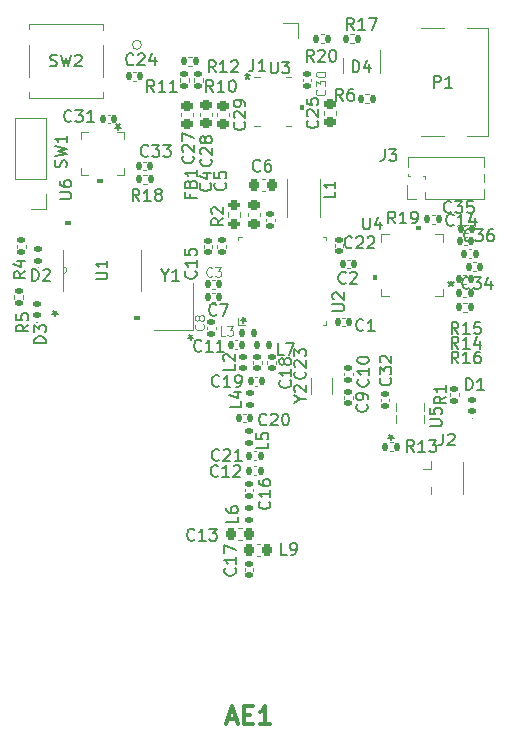
<source format=gto>
G04 #@! TF.GenerationSoftware,KiCad,Pcbnew,(6.0.8)*
G04 #@! TF.CreationDate,2022-11-18T14:33:26-05:00*
G04 #@! TF.ProjectId,Emrick,456d7269-636b-42e6-9b69-6361645f7063,2*
G04 #@! TF.SameCoordinates,Original*
G04 #@! TF.FileFunction,Legend,Top*
G04 #@! TF.FilePolarity,Positive*
%FSLAX46Y46*%
G04 Gerber Fmt 4.6, Leading zero omitted, Abs format (unit mm)*
G04 Created by KiCad (PCBNEW (6.0.8)) date 2022-11-18 14:33:26*
%MOMM*%
%LPD*%
G01*
G04 APERTURE LIST*
G04 Aperture macros list*
%AMRoundRect*
0 Rectangle with rounded corners*
0 $1 Rounding radius*
0 $2 $3 $4 $5 $6 $7 $8 $9 X,Y pos of 4 corners*
0 Add a 4 corners polygon primitive as box body*
4,1,4,$2,$3,$4,$5,$6,$7,$8,$9,$2,$3,0*
0 Add four circle primitives for the rounded corners*
1,1,$1+$1,$2,$3*
1,1,$1+$1,$4,$5*
1,1,$1+$1,$6,$7*
1,1,$1+$1,$8,$9*
0 Add four rect primitives between the rounded corners*
20,1,$1+$1,$2,$3,$4,$5,0*
20,1,$1+$1,$4,$5,$6,$7,0*
20,1,$1+$1,$6,$7,$8,$9,0*
20,1,$1+$1,$8,$9,$2,$3,0*%
G04 Aperture macros list end*
%ADD10C,0.150000*%
%ADD11C,0.120000*%
%ADD12C,0.110000*%
%ADD13C,0.300000*%
%ADD14C,0.100000*%
%ADD15RoundRect,0.225000X0.250000X-0.225000X0.250000X0.225000X-0.250000X0.225000X-0.250000X-0.225000X0*%
%ADD16R,1.200000X1.400000*%
%ADD17RoundRect,0.135000X0.185000X-0.135000X0.185000X0.135000X-0.185000X0.135000X-0.185000X-0.135000X0*%
%ADD18RoundRect,0.135000X0.135000X0.185000X-0.135000X0.185000X-0.135000X-0.185000X0.135000X-0.185000X0*%
%ADD19R,2.750000X1.000000*%
%ADD20R,2.000000X1.200000*%
%ADD21RoundRect,0.147500X-0.172500X0.147500X-0.172500X-0.147500X0.172500X-0.147500X0.172500X0.147500X0*%
%ADD22RoundRect,0.140000X0.140000X0.170000X-0.140000X0.170000X-0.140000X-0.170000X0.140000X-0.170000X0*%
%ADD23RoundRect,0.225000X-0.225000X-0.250000X0.225000X-0.250000X0.225000X0.250000X-0.225000X0.250000X0*%
%ADD24RoundRect,0.140000X-0.170000X0.140000X-0.170000X-0.140000X0.170000X-0.140000X0.170000X0.140000X0*%
%ADD25RoundRect,0.140000X-0.140000X-0.170000X0.140000X-0.170000X0.140000X0.170000X-0.140000X0.170000X0*%
%ADD26R,1.000000X0.700000*%
%ADD27R,0.600000X0.700000*%
%ADD28RoundRect,0.147500X0.172500X-0.147500X0.172500X0.147500X-0.172500X0.147500X-0.172500X-0.147500X0*%
%ADD29R,0.965200X0.254000*%
%ADD30R,0.254000X0.965200*%
%ADD31R,3.352800X3.352800*%
%ADD32R,0.355600X1.676400*%
%ADD33R,0.280000X0.850000*%
%ADD34R,0.850000X0.280000*%
%ADD35C,0.508000*%
%ADD36RoundRect,0.140000X0.170000X-0.140000X0.170000X0.140000X-0.170000X0.140000X-0.170000X-0.140000X0*%
%ADD37RoundRect,0.225000X-0.250000X0.225000X-0.250000X-0.225000X0.250000X-0.225000X0.250000X0.225000X0*%
%ADD38C,0.499999*%
%ADD39O,0.240000X0.599999*%
%ADD40O,0.599999X0.240000*%
%ADD41R,5.150000X5.150000*%
%ADD42R,1.800000X1.000000*%
%ADD43R,1.000000X1.000000*%
%ADD44O,1.000000X1.000000*%
%ADD45R,1.700000X1.700000*%
%ADD46O,1.700000X1.700000*%
%ADD47R,1.050000X1.000000*%
%ADD48R,2.200000X1.050000*%
%ADD49RoundRect,0.225000X0.225000X0.250000X-0.225000X0.250000X-0.225000X-0.250000X0.225000X-0.250000X0*%
%ADD50C,0.650000*%
%ADD51R,1.150000X0.300000*%
%ADD52O,1.600000X1.000000*%
%ADD53O,2.100000X1.000000*%
%ADD54RoundRect,0.135000X-0.135000X-0.185000X0.135000X-0.185000X0.135000X0.185000X-0.135000X0.185000X0*%
%ADD55R,0.820000X0.280000*%
%ADD56R,0.254000X0.812800*%
%ADD57R,1.701800X0.304800*%
%ADD58RoundRect,0.147500X-0.147500X-0.172500X0.147500X-0.172500X0.147500X0.172500X-0.147500X0.172500X0*%
%ADD59RoundRect,0.200000X-0.275000X0.200000X-0.275000X-0.200000X0.275000X-0.200000X0.275000X0.200000X0*%
G04 APERTURE END LIST*
D10*
X102250000Y-22102380D02*
X102250000Y-22340476D01*
X102011904Y-22245238D02*
X102250000Y-22340476D01*
X102488095Y-22245238D01*
X102107142Y-22530952D02*
X102250000Y-22340476D01*
X102392857Y-22530952D01*
X97450000Y-44647619D02*
X97450000Y-44409523D01*
X97688095Y-44504761D02*
X97450000Y-44409523D01*
X97211904Y-44504761D01*
X97592857Y-44219047D02*
X97450000Y-44409523D01*
X97307142Y-44219047D01*
X91300000Y-26847619D02*
X91300000Y-26609523D01*
X91538095Y-26704761D02*
X91300000Y-26609523D01*
X91061904Y-26704761D01*
X91442857Y-26419047D02*
X91300000Y-26609523D01*
X91157142Y-26419047D01*
X114400000Y-53147619D02*
X114400000Y-52909523D01*
X114638095Y-53004761D02*
X114400000Y-52909523D01*
X114161904Y-53004761D01*
X114542857Y-52719047D02*
X114400000Y-52909523D01*
X114257142Y-52719047D01*
X85950000Y-42647619D02*
X85950000Y-42409523D01*
X86188095Y-42504761D02*
X85950000Y-42409523D01*
X85711904Y-42504761D01*
X86092857Y-42219047D02*
X85950000Y-42409523D01*
X85807142Y-42219047D01*
X108177142Y-26092857D02*
X108224761Y-26140476D01*
X108272380Y-26283333D01*
X108272380Y-26378571D01*
X108224761Y-26521428D01*
X108129523Y-26616666D01*
X108034285Y-26664285D01*
X107843809Y-26711904D01*
X107700952Y-26711904D01*
X107510476Y-26664285D01*
X107415238Y-26616666D01*
X107320000Y-26521428D01*
X107272380Y-26378571D01*
X107272380Y-26283333D01*
X107320000Y-26140476D01*
X107367619Y-26092857D01*
X107367619Y-25711904D02*
X107320000Y-25664285D01*
X107272380Y-25569047D01*
X107272380Y-25330952D01*
X107320000Y-25235714D01*
X107367619Y-25188095D01*
X107462857Y-25140476D01*
X107558095Y-25140476D01*
X107700952Y-25188095D01*
X108272380Y-25759523D01*
X108272380Y-25140476D01*
X107272380Y-24235714D02*
X107272380Y-24711904D01*
X107748571Y-24759523D01*
X107700952Y-24711904D01*
X107653333Y-24616666D01*
X107653333Y-24378571D01*
X107700952Y-24283333D01*
X107748571Y-24235714D01*
X107843809Y-24188095D01*
X108081904Y-24188095D01*
X108177142Y-24235714D01*
X108224761Y-24283333D01*
X108272380Y-24378571D01*
X108272380Y-24616666D01*
X108224761Y-24711904D01*
X108177142Y-24759523D01*
X95273809Y-39176190D02*
X95273809Y-39652380D01*
X94940476Y-38652380D02*
X95273809Y-39176190D01*
X95607142Y-38652380D01*
X96464285Y-39652380D02*
X95892857Y-39652380D01*
X96178571Y-39652380D02*
X96178571Y-38652380D01*
X96083333Y-38795238D01*
X95988095Y-38890476D01*
X95892857Y-38938095D01*
X99357142Y-23652380D02*
X99023809Y-23176190D01*
X98785714Y-23652380D02*
X98785714Y-22652380D01*
X99166666Y-22652380D01*
X99261904Y-22700000D01*
X99309523Y-22747619D01*
X99357142Y-22842857D01*
X99357142Y-22985714D01*
X99309523Y-23080952D01*
X99261904Y-23128571D01*
X99166666Y-23176190D01*
X98785714Y-23176190D01*
X100309523Y-23652380D02*
X99738095Y-23652380D01*
X100023809Y-23652380D02*
X100023809Y-22652380D01*
X99928571Y-22795238D01*
X99833333Y-22890476D01*
X99738095Y-22938095D01*
X100928571Y-22652380D02*
X101023809Y-22652380D01*
X101119047Y-22700000D01*
X101166666Y-22747619D01*
X101214285Y-22842857D01*
X101261904Y-23033333D01*
X101261904Y-23271428D01*
X101214285Y-23461904D01*
X101166666Y-23557142D01*
X101119047Y-23604761D01*
X101023809Y-23652380D01*
X100928571Y-23652380D01*
X100833333Y-23604761D01*
X100785714Y-23557142D01*
X100738095Y-23461904D01*
X100690476Y-23271428D01*
X100690476Y-23033333D01*
X100738095Y-22842857D01*
X100785714Y-22747619D01*
X100833333Y-22700000D01*
X100928571Y-22652380D01*
X111257142Y-18402380D02*
X110923809Y-17926190D01*
X110685714Y-18402380D02*
X110685714Y-17402380D01*
X111066666Y-17402380D01*
X111161904Y-17450000D01*
X111209523Y-17497619D01*
X111257142Y-17592857D01*
X111257142Y-17735714D01*
X111209523Y-17830952D01*
X111161904Y-17878571D01*
X111066666Y-17926190D01*
X110685714Y-17926190D01*
X112209523Y-18402380D02*
X111638095Y-18402380D01*
X111923809Y-18402380D02*
X111923809Y-17402380D01*
X111828571Y-17545238D01*
X111733333Y-17640476D01*
X111638095Y-17688095D01*
X112542857Y-17402380D02*
X113209523Y-17402380D01*
X112780952Y-18402380D01*
X85566666Y-21459761D02*
X85709523Y-21507380D01*
X85947619Y-21507380D01*
X86042857Y-21459761D01*
X86090476Y-21412142D01*
X86138095Y-21316904D01*
X86138095Y-21221666D01*
X86090476Y-21126428D01*
X86042857Y-21078809D01*
X85947619Y-21031190D01*
X85757142Y-20983571D01*
X85661904Y-20935952D01*
X85614285Y-20888333D01*
X85566666Y-20793095D01*
X85566666Y-20697857D01*
X85614285Y-20602619D01*
X85661904Y-20555000D01*
X85757142Y-20507380D01*
X85995238Y-20507380D01*
X86138095Y-20555000D01*
X86471428Y-20507380D02*
X86709523Y-21507380D01*
X86900000Y-20793095D01*
X87090476Y-21507380D01*
X87328571Y-20507380D01*
X87661904Y-20602619D02*
X87709523Y-20555000D01*
X87804761Y-20507380D01*
X88042857Y-20507380D01*
X88138095Y-20555000D01*
X88185714Y-20602619D01*
X88233333Y-20697857D01*
X88233333Y-20793095D01*
X88185714Y-20935952D01*
X87614285Y-21507380D01*
X88233333Y-21507380D01*
X109702380Y-32116666D02*
X109702380Y-32592857D01*
X108702380Y-32592857D01*
X109702380Y-31259523D02*
X109702380Y-31830952D01*
X109702380Y-31545238D02*
X108702380Y-31545238D01*
X108845238Y-31640476D01*
X108940476Y-31735714D01*
X108988095Y-31830952D01*
X104022380Y-53366666D02*
X104022380Y-53842857D01*
X103022380Y-53842857D01*
X103022380Y-52557142D02*
X103022380Y-53033333D01*
X103498571Y-53080952D01*
X103450952Y-53033333D01*
X103403333Y-52938095D01*
X103403333Y-52700000D01*
X103450952Y-52604761D01*
X103498571Y-52557142D01*
X103593809Y-52509523D01*
X103831904Y-52509523D01*
X103927142Y-52557142D01*
X103974761Y-52604761D01*
X104022380Y-52700000D01*
X104022380Y-52938095D01*
X103974761Y-53033333D01*
X103927142Y-53080952D01*
X101202380Y-46716666D02*
X101202380Y-47192857D01*
X100202380Y-47192857D01*
X100297619Y-46430952D02*
X100250000Y-46383333D01*
X100202380Y-46288095D01*
X100202380Y-46050000D01*
X100250000Y-45954761D01*
X100297619Y-45907142D01*
X100392857Y-45859523D01*
X100488095Y-45859523D01*
X100630952Y-45907142D01*
X101202380Y-46478571D01*
X101202380Y-45859523D01*
D11*
X99266666Y-39235714D02*
X99228571Y-39273809D01*
X99114285Y-39311904D01*
X99038095Y-39311904D01*
X98923809Y-39273809D01*
X98847619Y-39197619D01*
X98809523Y-39121428D01*
X98771428Y-38969047D01*
X98771428Y-38854761D01*
X98809523Y-38702380D01*
X98847619Y-38626190D01*
X98923809Y-38550000D01*
X99038095Y-38511904D01*
X99114285Y-38511904D01*
X99228571Y-38550000D01*
X99266666Y-38588095D01*
X99533333Y-38511904D02*
X100028571Y-38511904D01*
X99761904Y-38816666D01*
X99876190Y-38816666D01*
X99952380Y-38854761D01*
X99990476Y-38892857D01*
X100028571Y-38969047D01*
X100028571Y-39159523D01*
X99990476Y-39235714D01*
X99952380Y-39273809D01*
X99876190Y-39311904D01*
X99647619Y-39311904D01*
X99571428Y-39273809D01*
X99533333Y-39235714D01*
D10*
X105583333Y-62852380D02*
X105107142Y-62852380D01*
X105107142Y-61852380D01*
X105964285Y-62852380D02*
X106154761Y-62852380D01*
X106250000Y-62804761D01*
X106297619Y-62757142D01*
X106392857Y-62614285D01*
X106440476Y-62423809D01*
X106440476Y-62042857D01*
X106392857Y-61947619D01*
X106345238Y-61900000D01*
X106250000Y-61852380D01*
X106059523Y-61852380D01*
X105964285Y-61900000D01*
X105916666Y-61947619D01*
X105869047Y-62042857D01*
X105869047Y-62280952D01*
X105916666Y-62376190D01*
X105964285Y-62423809D01*
X106059523Y-62471428D01*
X106250000Y-62471428D01*
X106345238Y-62423809D01*
X106392857Y-62376190D01*
X106440476Y-62280952D01*
D12*
X98535714Y-43333333D02*
X98573809Y-43371428D01*
X98611904Y-43485714D01*
X98611904Y-43561904D01*
X98573809Y-43676190D01*
X98497619Y-43752380D01*
X98421428Y-43790476D01*
X98269047Y-43828571D01*
X98154761Y-43828571D01*
X98002380Y-43790476D01*
X97926190Y-43752380D01*
X97850000Y-43676190D01*
X97811904Y-43561904D01*
X97811904Y-43485714D01*
X97850000Y-43371428D01*
X97888095Y-43333333D01*
X98154761Y-42876190D02*
X98116666Y-42952380D01*
X98078571Y-42990476D01*
X98002380Y-43028571D01*
X97964285Y-43028571D01*
X97888095Y-42990476D01*
X97850000Y-42952380D01*
X97811904Y-42876190D01*
X97811904Y-42723809D01*
X97850000Y-42647619D01*
X97888095Y-42609523D01*
X97964285Y-42571428D01*
X98002380Y-42571428D01*
X98078571Y-42609523D01*
X98116666Y-42647619D01*
X98154761Y-42723809D01*
X98154761Y-42876190D01*
X98192857Y-42952380D01*
X98230952Y-42990476D01*
X98307142Y-43028571D01*
X98459523Y-43028571D01*
X98535714Y-42990476D01*
X98573809Y-42952380D01*
X98611904Y-42876190D01*
X98611904Y-42723809D01*
X98573809Y-42647619D01*
X98535714Y-42609523D01*
X98459523Y-42571428D01*
X98307142Y-42571428D01*
X98230952Y-42609523D01*
X98192857Y-42647619D01*
X98154761Y-42723809D01*
D10*
X112083333Y-43807142D02*
X112035714Y-43854761D01*
X111892857Y-43902380D01*
X111797619Y-43902380D01*
X111654761Y-43854761D01*
X111559523Y-43759523D01*
X111511904Y-43664285D01*
X111464285Y-43473809D01*
X111464285Y-43330952D01*
X111511904Y-43140476D01*
X111559523Y-43045238D01*
X111654761Y-42950000D01*
X111797619Y-42902380D01*
X111892857Y-42902380D01*
X112035714Y-42950000D01*
X112083333Y-42997619D01*
X113035714Y-43902380D02*
X112464285Y-43902380D01*
X112750000Y-43902380D02*
X112750000Y-42902380D01*
X112654761Y-43045238D01*
X112559523Y-43140476D01*
X112464285Y-43188095D01*
X100202380Y-34366666D02*
X99726190Y-34700000D01*
X100202380Y-34938095D02*
X99202380Y-34938095D01*
X99202380Y-34557142D01*
X99250000Y-34461904D01*
X99297619Y-34414285D01*
X99392857Y-34366666D01*
X99535714Y-34366666D01*
X99630952Y-34414285D01*
X99678571Y-34461904D01*
X99726190Y-34557142D01*
X99726190Y-34938095D01*
X99297619Y-33985714D02*
X99250000Y-33938095D01*
X99202380Y-33842857D01*
X99202380Y-33604761D01*
X99250000Y-33509523D01*
X99297619Y-33461904D01*
X99392857Y-33414285D01*
X99488095Y-33414285D01*
X99630952Y-33461904D01*
X100202380Y-34033333D01*
X100202380Y-33414285D01*
X119507142Y-33807142D02*
X119459523Y-33854761D01*
X119316666Y-33902380D01*
X119221428Y-33902380D01*
X119078571Y-33854761D01*
X118983333Y-33759523D01*
X118935714Y-33664285D01*
X118888095Y-33473809D01*
X118888095Y-33330952D01*
X118935714Y-33140476D01*
X118983333Y-33045238D01*
X119078571Y-32950000D01*
X119221428Y-32902380D01*
X119316666Y-32902380D01*
X119459523Y-32950000D01*
X119507142Y-32997619D01*
X119840476Y-32902380D02*
X120459523Y-32902380D01*
X120126190Y-33283333D01*
X120269047Y-33283333D01*
X120364285Y-33330952D01*
X120411904Y-33378571D01*
X120459523Y-33473809D01*
X120459523Y-33711904D01*
X120411904Y-33807142D01*
X120364285Y-33854761D01*
X120269047Y-33902380D01*
X119983333Y-33902380D01*
X119888095Y-33854761D01*
X119840476Y-33807142D01*
X121364285Y-32902380D02*
X120888095Y-32902380D01*
X120840476Y-33378571D01*
X120888095Y-33330952D01*
X120983333Y-33283333D01*
X121221428Y-33283333D01*
X121316666Y-33330952D01*
X121364285Y-33378571D01*
X121411904Y-33473809D01*
X121411904Y-33711904D01*
X121364285Y-33807142D01*
X121316666Y-33854761D01*
X121221428Y-33902380D01*
X120983333Y-33902380D01*
X120888095Y-33854761D01*
X120840476Y-33807142D01*
X93857142Y-29057142D02*
X93809523Y-29104761D01*
X93666666Y-29152380D01*
X93571428Y-29152380D01*
X93428571Y-29104761D01*
X93333333Y-29009523D01*
X93285714Y-28914285D01*
X93238095Y-28723809D01*
X93238095Y-28580952D01*
X93285714Y-28390476D01*
X93333333Y-28295238D01*
X93428571Y-28200000D01*
X93571428Y-28152380D01*
X93666666Y-28152380D01*
X93809523Y-28200000D01*
X93857142Y-28247619D01*
X94190476Y-28152380D02*
X94809523Y-28152380D01*
X94476190Y-28533333D01*
X94619047Y-28533333D01*
X94714285Y-28580952D01*
X94761904Y-28628571D01*
X94809523Y-28723809D01*
X94809523Y-28961904D01*
X94761904Y-29057142D01*
X94714285Y-29104761D01*
X94619047Y-29152380D01*
X94333333Y-29152380D01*
X94238095Y-29104761D01*
X94190476Y-29057142D01*
X95142857Y-28152380D02*
X95761904Y-28152380D01*
X95428571Y-28533333D01*
X95571428Y-28533333D01*
X95666666Y-28580952D01*
X95714285Y-28628571D01*
X95761904Y-28723809D01*
X95761904Y-28961904D01*
X95714285Y-29057142D01*
X95666666Y-29104761D01*
X95571428Y-29152380D01*
X95285714Y-29152380D01*
X95190476Y-29104761D01*
X95142857Y-29057142D01*
X120107142Y-44152380D02*
X119773809Y-43676190D01*
X119535714Y-44152380D02*
X119535714Y-43152380D01*
X119916666Y-43152380D01*
X120011904Y-43200000D01*
X120059523Y-43247619D01*
X120107142Y-43342857D01*
X120107142Y-43485714D01*
X120059523Y-43580952D01*
X120011904Y-43628571D01*
X119916666Y-43676190D01*
X119535714Y-43676190D01*
X121059523Y-44152380D02*
X120488095Y-44152380D01*
X120773809Y-44152380D02*
X120773809Y-43152380D01*
X120678571Y-43295238D01*
X120583333Y-43390476D01*
X120488095Y-43438095D01*
X121964285Y-43152380D02*
X121488095Y-43152380D01*
X121440476Y-43628571D01*
X121488095Y-43580952D01*
X121583333Y-43533333D01*
X121821428Y-43533333D01*
X121916666Y-43580952D01*
X121964285Y-43628571D01*
X122011904Y-43723809D01*
X122011904Y-43961904D01*
X121964285Y-44057142D01*
X121916666Y-44104761D01*
X121821428Y-44152380D01*
X121583333Y-44152380D01*
X121488095Y-44104761D01*
X121440476Y-44057142D01*
X111161904Y-22002380D02*
X111161904Y-21002380D01*
X111400000Y-21002380D01*
X111542857Y-21050000D01*
X111638095Y-21145238D01*
X111685714Y-21240476D01*
X111733333Y-21430952D01*
X111733333Y-21573809D01*
X111685714Y-21764285D01*
X111638095Y-21859523D01*
X111542857Y-21954761D01*
X111400000Y-22002380D01*
X111161904Y-22002380D01*
X112590476Y-21335714D02*
X112590476Y-22002380D01*
X112352380Y-20954761D02*
X112114285Y-21669047D01*
X112733333Y-21669047D01*
X83452380Y-38866666D02*
X82976190Y-39200000D01*
X83452380Y-39438095D02*
X82452380Y-39438095D01*
X82452380Y-39057142D01*
X82500000Y-38961904D01*
X82547619Y-38914285D01*
X82642857Y-38866666D01*
X82785714Y-38866666D01*
X82880952Y-38914285D01*
X82928571Y-38961904D01*
X82976190Y-39057142D01*
X82976190Y-39438095D01*
X82785714Y-38009523D02*
X83452380Y-38009523D01*
X82404761Y-38247619D02*
X83119047Y-38485714D01*
X83119047Y-37866666D01*
X92607142Y-21307142D02*
X92559523Y-21354761D01*
X92416666Y-21402380D01*
X92321428Y-21402380D01*
X92178571Y-21354761D01*
X92083333Y-21259523D01*
X92035714Y-21164285D01*
X91988095Y-20973809D01*
X91988095Y-20830952D01*
X92035714Y-20640476D01*
X92083333Y-20545238D01*
X92178571Y-20450000D01*
X92321428Y-20402380D01*
X92416666Y-20402380D01*
X92559523Y-20450000D01*
X92607142Y-20497619D01*
X92988095Y-20497619D02*
X93035714Y-20450000D01*
X93130952Y-20402380D01*
X93369047Y-20402380D01*
X93464285Y-20450000D01*
X93511904Y-20497619D01*
X93559523Y-20592857D01*
X93559523Y-20688095D01*
X93511904Y-20830952D01*
X92940476Y-21402380D01*
X93559523Y-21402380D01*
X94416666Y-20735714D02*
X94416666Y-21402380D01*
X94178571Y-20354761D02*
X93940476Y-21069047D01*
X94559523Y-21069047D01*
X99557142Y-22002380D02*
X99223809Y-21526190D01*
X98985714Y-22002380D02*
X98985714Y-21002380D01*
X99366666Y-21002380D01*
X99461904Y-21050000D01*
X99509523Y-21097619D01*
X99557142Y-21192857D01*
X99557142Y-21335714D01*
X99509523Y-21430952D01*
X99461904Y-21478571D01*
X99366666Y-21526190D01*
X98985714Y-21526190D01*
X100509523Y-22002380D02*
X99938095Y-22002380D01*
X100223809Y-22002380D02*
X100223809Y-21002380D01*
X100128571Y-21145238D01*
X100033333Y-21240476D01*
X99938095Y-21288095D01*
X100890476Y-21097619D02*
X100938095Y-21050000D01*
X101033333Y-21002380D01*
X101271428Y-21002380D01*
X101366666Y-21050000D01*
X101414285Y-21097619D01*
X101461904Y-21192857D01*
X101461904Y-21288095D01*
X101414285Y-21430952D01*
X100842857Y-22002380D01*
X101461904Y-22002380D01*
X120761904Y-48902380D02*
X120761904Y-47902380D01*
X121000000Y-47902380D01*
X121142857Y-47950000D01*
X121238095Y-48045238D01*
X121285714Y-48140476D01*
X121333333Y-48330952D01*
X121333333Y-48473809D01*
X121285714Y-48664285D01*
X121238095Y-48759523D01*
X121142857Y-48854761D01*
X121000000Y-48902380D01*
X120761904Y-48902380D01*
X122285714Y-48902380D02*
X121714285Y-48902380D01*
X122000000Y-48902380D02*
X122000000Y-47902380D01*
X121904761Y-48045238D01*
X121809523Y-48140476D01*
X121714285Y-48188095D01*
X105857142Y-48092857D02*
X105904761Y-48140476D01*
X105952380Y-48283333D01*
X105952380Y-48378571D01*
X105904761Y-48521428D01*
X105809523Y-48616666D01*
X105714285Y-48664285D01*
X105523809Y-48711904D01*
X105380952Y-48711904D01*
X105190476Y-48664285D01*
X105095238Y-48616666D01*
X105000000Y-48521428D01*
X104952380Y-48378571D01*
X104952380Y-48283333D01*
X105000000Y-48140476D01*
X105047619Y-48092857D01*
X105952380Y-47140476D02*
X105952380Y-47711904D01*
X105952380Y-47426190D02*
X104952380Y-47426190D01*
X105095238Y-47521428D01*
X105190476Y-47616666D01*
X105238095Y-47711904D01*
X105380952Y-46569047D02*
X105333333Y-46664285D01*
X105285714Y-46711904D01*
X105190476Y-46759523D01*
X105142857Y-46759523D01*
X105047619Y-46711904D01*
X105000000Y-46664285D01*
X104952380Y-46569047D01*
X104952380Y-46378571D01*
X105000000Y-46283333D01*
X105047619Y-46235714D01*
X105142857Y-46188095D01*
X105190476Y-46188095D01*
X105285714Y-46235714D01*
X105333333Y-46283333D01*
X105380952Y-46378571D01*
X105380952Y-46569047D01*
X105428571Y-46664285D01*
X105476190Y-46711904D01*
X105571428Y-46759523D01*
X105761904Y-46759523D01*
X105857142Y-46711904D01*
X105904761Y-46664285D01*
X105952380Y-46569047D01*
X105952380Y-46378571D01*
X105904761Y-46283333D01*
X105857142Y-46235714D01*
X105761904Y-46188095D01*
X105571428Y-46188095D01*
X105476190Y-46235714D01*
X105428571Y-46283333D01*
X105380952Y-46378571D01*
D13*
X100622000Y-76786500D02*
X101347714Y-76786500D01*
X100476857Y-77221928D02*
X100984857Y-75697928D01*
X101492857Y-77221928D01*
X102000857Y-76423642D02*
X102508857Y-76423642D01*
X102726571Y-77221928D02*
X102000857Y-77221928D01*
X102000857Y-75697928D01*
X102726571Y-75697928D01*
X104178000Y-77221928D02*
X103307142Y-77221928D01*
X103742571Y-77221928D02*
X103742571Y-75697928D01*
X103597428Y-75915642D01*
X103452285Y-76060785D01*
X103307142Y-76133357D01*
D10*
X112038095Y-34302380D02*
X112038095Y-35111904D01*
X112085714Y-35207142D01*
X112133333Y-35254761D01*
X112228571Y-35302380D01*
X112419047Y-35302380D01*
X112514285Y-35254761D01*
X112561904Y-35207142D01*
X112609523Y-35111904D01*
X112609523Y-34302380D01*
X113514285Y-34635714D02*
X113514285Y-35302380D01*
X113276190Y-34254761D02*
X113038095Y-34969047D01*
X113657142Y-34969047D01*
X119500000Y-39652380D02*
X119500000Y-39890476D01*
X119261904Y-39795238D02*
X119500000Y-39890476D01*
X119738095Y-39795238D01*
X119357142Y-40080952D02*
X119500000Y-39890476D01*
X119642857Y-40080952D01*
X114757142Y-34802380D02*
X114423809Y-34326190D01*
X114185714Y-34802380D02*
X114185714Y-33802380D01*
X114566666Y-33802380D01*
X114661904Y-33850000D01*
X114709523Y-33897619D01*
X114757142Y-33992857D01*
X114757142Y-34135714D01*
X114709523Y-34230952D01*
X114661904Y-34278571D01*
X114566666Y-34326190D01*
X114185714Y-34326190D01*
X115709523Y-34802380D02*
X115138095Y-34802380D01*
X115423809Y-34802380D02*
X115423809Y-33802380D01*
X115328571Y-33945238D01*
X115233333Y-34040476D01*
X115138095Y-34088095D01*
X116185714Y-34802380D02*
X116376190Y-34802380D01*
X116471428Y-34754761D01*
X116519047Y-34707142D01*
X116614285Y-34564285D01*
X116661904Y-34373809D01*
X116661904Y-33992857D01*
X116614285Y-33897619D01*
X116566666Y-33850000D01*
X116471428Y-33802380D01*
X116280952Y-33802380D01*
X116185714Y-33850000D01*
X116138095Y-33897619D01*
X116090476Y-33992857D01*
X116090476Y-34230952D01*
X116138095Y-34326190D01*
X116185714Y-34373809D01*
X116280952Y-34421428D01*
X116471428Y-34421428D01*
X116566666Y-34373809D01*
X116614285Y-34326190D01*
X116661904Y-34230952D01*
X89404880Y-39526154D02*
X90214404Y-39526154D01*
X90309642Y-39478535D01*
X90357261Y-39430916D01*
X90404880Y-39335678D01*
X90404880Y-39145202D01*
X90357261Y-39049964D01*
X90309642Y-39002345D01*
X90214404Y-38954726D01*
X89404880Y-38954726D01*
X90404880Y-37954726D02*
X90404880Y-38526154D01*
X90404880Y-38240440D02*
X89404880Y-38240440D01*
X89547738Y-38335678D01*
X89642976Y-38430916D01*
X89690595Y-38526154D01*
X86352380Y-32711904D02*
X87161904Y-32711904D01*
X87257142Y-32664285D01*
X87304761Y-32616666D01*
X87352380Y-32521428D01*
X87352380Y-32330952D01*
X87304761Y-32235714D01*
X87257142Y-32188095D01*
X87161904Y-32140476D01*
X86352380Y-32140476D01*
X86352380Y-31235714D02*
X86352380Y-31426190D01*
X86400000Y-31521428D01*
X86447619Y-31569047D01*
X86590476Y-31664285D01*
X86780952Y-31711904D01*
X87161904Y-31711904D01*
X87257142Y-31664285D01*
X87304761Y-31616666D01*
X87352380Y-31521428D01*
X87352380Y-31330952D01*
X87304761Y-31235714D01*
X87257142Y-31188095D01*
X87161904Y-31140476D01*
X86923809Y-31140476D01*
X86828571Y-31188095D01*
X86780952Y-31235714D01*
X86733333Y-31330952D01*
X86733333Y-31521428D01*
X86780952Y-31616666D01*
X86828571Y-31664285D01*
X86923809Y-31711904D01*
X100357142Y-31366666D02*
X100404761Y-31414285D01*
X100452380Y-31557142D01*
X100452380Y-31652380D01*
X100404761Y-31795238D01*
X100309523Y-31890476D01*
X100214285Y-31938095D01*
X100023809Y-31985714D01*
X99880952Y-31985714D01*
X99690476Y-31938095D01*
X99595238Y-31890476D01*
X99500000Y-31795238D01*
X99452380Y-31652380D01*
X99452380Y-31557142D01*
X99500000Y-31414285D01*
X99547619Y-31366666D01*
X99452380Y-30461904D02*
X99452380Y-30938095D01*
X99928571Y-30985714D01*
X99880952Y-30938095D01*
X99833333Y-30842857D01*
X99833333Y-30604761D01*
X99880952Y-30509523D01*
X99928571Y-30461904D01*
X100023809Y-30414285D01*
X100261904Y-30414285D01*
X100357142Y-30461904D01*
X100404761Y-30509523D01*
X100452380Y-30604761D01*
X100452380Y-30842857D01*
X100404761Y-30938095D01*
X100357142Y-30985714D01*
X99159642Y-29342857D02*
X99207261Y-29390476D01*
X99254880Y-29533333D01*
X99254880Y-29628571D01*
X99207261Y-29771428D01*
X99112023Y-29866666D01*
X99016785Y-29914285D01*
X98826309Y-29961904D01*
X98683452Y-29961904D01*
X98492976Y-29914285D01*
X98397738Y-29866666D01*
X98302500Y-29771428D01*
X98254880Y-29628571D01*
X98254880Y-29533333D01*
X98302500Y-29390476D01*
X98350119Y-29342857D01*
X98350119Y-28961904D02*
X98302500Y-28914285D01*
X98254880Y-28819047D01*
X98254880Y-28580952D01*
X98302500Y-28485714D01*
X98350119Y-28438095D01*
X98445357Y-28390476D01*
X98540595Y-28390476D01*
X98683452Y-28438095D01*
X99254880Y-29009523D01*
X99254880Y-28390476D01*
X98683452Y-27819047D02*
X98635833Y-27914285D01*
X98588214Y-27961904D01*
X98492976Y-28009523D01*
X98445357Y-28009523D01*
X98350119Y-27961904D01*
X98302500Y-27914285D01*
X98254880Y-27819047D01*
X98254880Y-27628571D01*
X98302500Y-27533333D01*
X98350119Y-27485714D01*
X98445357Y-27438095D01*
X98492976Y-27438095D01*
X98588214Y-27485714D01*
X98635833Y-27533333D01*
X98683452Y-27628571D01*
X98683452Y-27819047D01*
X98731071Y-27914285D01*
X98778690Y-27961904D01*
X98873928Y-28009523D01*
X99064404Y-28009523D01*
X99159642Y-27961904D01*
X99207261Y-27914285D01*
X99254880Y-27819047D01*
X99254880Y-27628571D01*
X99207261Y-27533333D01*
X99159642Y-27485714D01*
X99064404Y-27438095D01*
X98873928Y-27438095D01*
X98778690Y-27485714D01*
X98731071Y-27533333D01*
X98683452Y-27628571D01*
X87357142Y-26107142D02*
X87309523Y-26154761D01*
X87166666Y-26202380D01*
X87071428Y-26202380D01*
X86928571Y-26154761D01*
X86833333Y-26059523D01*
X86785714Y-25964285D01*
X86738095Y-25773809D01*
X86738095Y-25630952D01*
X86785714Y-25440476D01*
X86833333Y-25345238D01*
X86928571Y-25250000D01*
X87071428Y-25202380D01*
X87166666Y-25202380D01*
X87309523Y-25250000D01*
X87357142Y-25297619D01*
X87690476Y-25202380D02*
X88309523Y-25202380D01*
X87976190Y-25583333D01*
X88119047Y-25583333D01*
X88214285Y-25630952D01*
X88261904Y-25678571D01*
X88309523Y-25773809D01*
X88309523Y-26011904D01*
X88261904Y-26107142D01*
X88214285Y-26154761D01*
X88119047Y-26202380D01*
X87833333Y-26202380D01*
X87738095Y-26154761D01*
X87690476Y-26107142D01*
X89261904Y-26202380D02*
X88690476Y-26202380D01*
X88976190Y-26202380D02*
X88976190Y-25202380D01*
X88880952Y-25345238D01*
X88785714Y-25440476D01*
X88690476Y-25488095D01*
X97857142Y-38842857D02*
X97904761Y-38890476D01*
X97952380Y-39033333D01*
X97952380Y-39128571D01*
X97904761Y-39271428D01*
X97809523Y-39366666D01*
X97714285Y-39414285D01*
X97523809Y-39461904D01*
X97380952Y-39461904D01*
X97190476Y-39414285D01*
X97095238Y-39366666D01*
X97000000Y-39271428D01*
X96952380Y-39128571D01*
X96952380Y-39033333D01*
X97000000Y-38890476D01*
X97047619Y-38842857D01*
X97952380Y-37890476D02*
X97952380Y-38461904D01*
X97952380Y-38176190D02*
X96952380Y-38176190D01*
X97095238Y-38271428D01*
X97190476Y-38366666D01*
X97238095Y-38461904D01*
X96952380Y-36985714D02*
X96952380Y-37461904D01*
X97428571Y-37509523D01*
X97380952Y-37461904D01*
X97333333Y-37366666D01*
X97333333Y-37128571D01*
X97380952Y-37033333D01*
X97428571Y-36985714D01*
X97523809Y-36938095D01*
X97761904Y-36938095D01*
X97857142Y-36985714D01*
X97904761Y-37033333D01*
X97952380Y-37128571D01*
X97952380Y-37366666D01*
X97904761Y-37461904D01*
X97857142Y-37509523D01*
X110583333Y-39807142D02*
X110535714Y-39854761D01*
X110392857Y-39902380D01*
X110297619Y-39902380D01*
X110154761Y-39854761D01*
X110059523Y-39759523D01*
X110011904Y-39664285D01*
X109964285Y-39473809D01*
X109964285Y-39330952D01*
X110011904Y-39140476D01*
X110059523Y-39045238D01*
X110154761Y-38950000D01*
X110297619Y-38902380D01*
X110392857Y-38902380D01*
X110535714Y-38950000D01*
X110583333Y-38997619D01*
X110964285Y-38997619D02*
X111011904Y-38950000D01*
X111107142Y-38902380D01*
X111345238Y-38902380D01*
X111440476Y-38950000D01*
X111488095Y-38997619D01*
X111535714Y-39092857D01*
X111535714Y-39188095D01*
X111488095Y-39330952D01*
X110916666Y-39902380D01*
X111535714Y-39902380D01*
X98357142Y-45557142D02*
X98309523Y-45604761D01*
X98166666Y-45652380D01*
X98071428Y-45652380D01*
X97928571Y-45604761D01*
X97833333Y-45509523D01*
X97785714Y-45414285D01*
X97738095Y-45223809D01*
X97738095Y-45080952D01*
X97785714Y-44890476D01*
X97833333Y-44795238D01*
X97928571Y-44700000D01*
X98071428Y-44652380D01*
X98166666Y-44652380D01*
X98309523Y-44700000D01*
X98357142Y-44747619D01*
X99309523Y-45652380D02*
X98738095Y-45652380D01*
X99023809Y-45652380D02*
X99023809Y-44652380D01*
X98928571Y-44795238D01*
X98833333Y-44890476D01*
X98738095Y-44938095D01*
X100261904Y-45652380D02*
X99690476Y-45652380D01*
X99976190Y-45652380D02*
X99976190Y-44652380D01*
X99880952Y-44795238D01*
X99785714Y-44890476D01*
X99690476Y-44938095D01*
X109452380Y-42211904D02*
X110261904Y-42211904D01*
X110357142Y-42164285D01*
X110404761Y-42116666D01*
X110452380Y-42021428D01*
X110452380Y-41830952D01*
X110404761Y-41735714D01*
X110357142Y-41688095D01*
X110261904Y-41640476D01*
X109452380Y-41640476D01*
X109547619Y-41211904D02*
X109500000Y-41164285D01*
X109452380Y-41069047D01*
X109452380Y-40830952D01*
X109500000Y-40735714D01*
X109547619Y-40688095D01*
X109642857Y-40640476D01*
X109738095Y-40640476D01*
X109880952Y-40688095D01*
X110452380Y-41259523D01*
X110452380Y-40640476D01*
X101702380Y-42950000D02*
X101940476Y-42950000D01*
X101845238Y-43188095D02*
X101940476Y-42950000D01*
X101845238Y-42711904D01*
X102130952Y-43092857D02*
X101940476Y-42950000D01*
X102130952Y-42807142D01*
X99633333Y-42507142D02*
X99585714Y-42554761D01*
X99442857Y-42602380D01*
X99347619Y-42602380D01*
X99204761Y-42554761D01*
X99109523Y-42459523D01*
X99061904Y-42364285D01*
X99014285Y-42173809D01*
X99014285Y-42030952D01*
X99061904Y-41840476D01*
X99109523Y-41745238D01*
X99204761Y-41650000D01*
X99347619Y-41602380D01*
X99442857Y-41602380D01*
X99585714Y-41650000D01*
X99633333Y-41697619D01*
X99966666Y-41602380D02*
X100633333Y-41602380D01*
X100204761Y-42602380D01*
X106726190Y-49676190D02*
X107202380Y-49676190D01*
X106202380Y-50009523D02*
X106726190Y-49676190D01*
X106202380Y-49342857D01*
X106297619Y-49057142D02*
X106250000Y-49009523D01*
X106202380Y-48914285D01*
X106202380Y-48676190D01*
X106250000Y-48580952D01*
X106297619Y-48533333D01*
X106392857Y-48485714D01*
X106488095Y-48485714D01*
X106630952Y-48533333D01*
X107202380Y-49104761D01*
X107202380Y-48485714D01*
X120107142Y-45402380D02*
X119773809Y-44926190D01*
X119535714Y-45402380D02*
X119535714Y-44402380D01*
X119916666Y-44402380D01*
X120011904Y-44450000D01*
X120059523Y-44497619D01*
X120107142Y-44592857D01*
X120107142Y-44735714D01*
X120059523Y-44830952D01*
X120011904Y-44878571D01*
X119916666Y-44926190D01*
X119535714Y-44926190D01*
X121059523Y-45402380D02*
X120488095Y-45402380D01*
X120773809Y-45402380D02*
X120773809Y-44402380D01*
X120678571Y-44545238D01*
X120583333Y-44640476D01*
X120488095Y-44688095D01*
X121916666Y-44735714D02*
X121916666Y-45402380D01*
X121678571Y-44354761D02*
X121440476Y-45069047D01*
X122059523Y-45069047D01*
X113866666Y-28502380D02*
X113866666Y-29216666D01*
X113819047Y-29359523D01*
X113723809Y-29454761D01*
X113580952Y-29502380D01*
X113485714Y-29502380D01*
X114247619Y-28502380D02*
X114866666Y-28502380D01*
X114533333Y-28883333D01*
X114676190Y-28883333D01*
X114771428Y-28930952D01*
X114819047Y-28978571D01*
X114866666Y-29073809D01*
X114866666Y-29311904D01*
X114819047Y-29407142D01*
X114771428Y-29454761D01*
X114676190Y-29502380D01*
X114390476Y-29502380D01*
X114295238Y-29454761D01*
X114247619Y-29407142D01*
X86904761Y-30033333D02*
X86952380Y-29890476D01*
X86952380Y-29652380D01*
X86904761Y-29557142D01*
X86857142Y-29509523D01*
X86761904Y-29461904D01*
X86666666Y-29461904D01*
X86571428Y-29509523D01*
X86523809Y-29557142D01*
X86476190Y-29652380D01*
X86428571Y-29842857D01*
X86380952Y-29938095D01*
X86333333Y-29985714D01*
X86238095Y-30033333D01*
X86142857Y-30033333D01*
X86047619Y-29985714D01*
X86000000Y-29938095D01*
X85952380Y-29842857D01*
X85952380Y-29604761D01*
X86000000Y-29461904D01*
X85952380Y-29128571D02*
X86952380Y-28890476D01*
X86238095Y-28700000D01*
X86952380Y-28509523D01*
X85952380Y-28271428D01*
X86952380Y-27366666D02*
X86952380Y-27938095D01*
X86952380Y-27652380D02*
X85952380Y-27652380D01*
X86095238Y-27747619D01*
X86190476Y-27842857D01*
X86238095Y-27938095D01*
X118811666Y-52584880D02*
X118811666Y-53299166D01*
X118764047Y-53442023D01*
X118668809Y-53537261D01*
X118525952Y-53584880D01*
X118430714Y-53584880D01*
X119240238Y-52680119D02*
X119287857Y-52632500D01*
X119383095Y-52584880D01*
X119621190Y-52584880D01*
X119716428Y-52632500D01*
X119764047Y-52680119D01*
X119811666Y-52775357D01*
X119811666Y-52870595D01*
X119764047Y-53013452D01*
X119192619Y-53584880D01*
X119811666Y-53584880D01*
X102766666Y-20902380D02*
X102766666Y-21616666D01*
X102719047Y-21759523D01*
X102623809Y-21854761D01*
X102480952Y-21902380D01*
X102385714Y-21902380D01*
X103766666Y-21902380D02*
X103195238Y-21902380D01*
X103480952Y-21902380D02*
X103480952Y-20902380D01*
X103385714Y-21045238D01*
X103290476Y-21140476D01*
X103195238Y-21188095D01*
X114357142Y-47892857D02*
X114404761Y-47940476D01*
X114452380Y-48083333D01*
X114452380Y-48178571D01*
X114404761Y-48321428D01*
X114309523Y-48416666D01*
X114214285Y-48464285D01*
X114023809Y-48511904D01*
X113880952Y-48511904D01*
X113690476Y-48464285D01*
X113595238Y-48416666D01*
X113500000Y-48321428D01*
X113452380Y-48178571D01*
X113452380Y-48083333D01*
X113500000Y-47940476D01*
X113547619Y-47892857D01*
X113452380Y-47559523D02*
X113452380Y-46940476D01*
X113833333Y-47273809D01*
X113833333Y-47130952D01*
X113880952Y-47035714D01*
X113928571Y-46988095D01*
X114023809Y-46940476D01*
X114261904Y-46940476D01*
X114357142Y-46988095D01*
X114404761Y-47035714D01*
X114452380Y-47130952D01*
X114452380Y-47416666D01*
X114404761Y-47511904D01*
X114357142Y-47559523D01*
X113547619Y-46559523D02*
X113500000Y-46511904D01*
X113452380Y-46416666D01*
X113452380Y-46178571D01*
X113500000Y-46083333D01*
X113547619Y-46035714D01*
X113642857Y-45988095D01*
X113738095Y-45988095D01*
X113880952Y-46035714D01*
X114452380Y-46607142D01*
X114452380Y-45988095D01*
D11*
X108785714Y-23464285D02*
X108823809Y-23502380D01*
X108861904Y-23616666D01*
X108861904Y-23692857D01*
X108823809Y-23807142D01*
X108747619Y-23883333D01*
X108671428Y-23921428D01*
X108519047Y-23959523D01*
X108404761Y-23959523D01*
X108252380Y-23921428D01*
X108176190Y-23883333D01*
X108100000Y-23807142D01*
X108061904Y-23692857D01*
X108061904Y-23616666D01*
X108100000Y-23502380D01*
X108138095Y-23464285D01*
X108061904Y-23197619D02*
X108061904Y-22702380D01*
X108366666Y-22969047D01*
X108366666Y-22854761D01*
X108404761Y-22778571D01*
X108442857Y-22740476D01*
X108519047Y-22702380D01*
X108709523Y-22702380D01*
X108785714Y-22740476D01*
X108823809Y-22778571D01*
X108861904Y-22854761D01*
X108861904Y-23083333D01*
X108823809Y-23159523D01*
X108785714Y-23197619D01*
X108061904Y-22207142D02*
X108061904Y-22130952D01*
X108100000Y-22054761D01*
X108138095Y-22016666D01*
X108214285Y-21978571D01*
X108366666Y-21940476D01*
X108557142Y-21940476D01*
X108709523Y-21978571D01*
X108785714Y-22016666D01*
X108823809Y-22054761D01*
X108861904Y-22130952D01*
X108861904Y-22207142D01*
X108823809Y-22283333D01*
X108785714Y-22321428D01*
X108709523Y-22359523D01*
X108557142Y-22397619D01*
X108366666Y-22397619D01*
X108214285Y-22359523D01*
X108138095Y-22321428D01*
X108100000Y-22283333D01*
X108061904Y-22207142D01*
D10*
X103857142Y-51807142D02*
X103809523Y-51854761D01*
X103666666Y-51902380D01*
X103571428Y-51902380D01*
X103428571Y-51854761D01*
X103333333Y-51759523D01*
X103285714Y-51664285D01*
X103238095Y-51473809D01*
X103238095Y-51330952D01*
X103285714Y-51140476D01*
X103333333Y-51045238D01*
X103428571Y-50950000D01*
X103571428Y-50902380D01*
X103666666Y-50902380D01*
X103809523Y-50950000D01*
X103857142Y-50997619D01*
X104238095Y-50997619D02*
X104285714Y-50950000D01*
X104380952Y-50902380D01*
X104619047Y-50902380D01*
X104714285Y-50950000D01*
X104761904Y-50997619D01*
X104809523Y-51092857D01*
X104809523Y-51188095D01*
X104761904Y-51330952D01*
X104190476Y-51902380D01*
X104809523Y-51902380D01*
X105428571Y-50902380D02*
X105523809Y-50902380D01*
X105619047Y-50950000D01*
X105666666Y-50997619D01*
X105714285Y-51092857D01*
X105761904Y-51283333D01*
X105761904Y-51521428D01*
X105714285Y-51711904D01*
X105666666Y-51807142D01*
X105619047Y-51854761D01*
X105523809Y-51902380D01*
X105428571Y-51902380D01*
X105333333Y-51854761D01*
X105285714Y-51807142D01*
X105238095Y-51711904D01*
X105190476Y-51521428D01*
X105190476Y-51283333D01*
X105238095Y-51092857D01*
X105285714Y-50997619D01*
X105333333Y-50950000D01*
X105428571Y-50902380D01*
X99107142Y-31416666D02*
X99154761Y-31464285D01*
X99202380Y-31607142D01*
X99202380Y-31702380D01*
X99154761Y-31845238D01*
X99059523Y-31940476D01*
X98964285Y-31988095D01*
X98773809Y-32035714D01*
X98630952Y-32035714D01*
X98440476Y-31988095D01*
X98345238Y-31940476D01*
X98250000Y-31845238D01*
X98202380Y-31702380D01*
X98202380Y-31607142D01*
X98250000Y-31464285D01*
X98297619Y-31416666D01*
X98535714Y-30559523D02*
X99202380Y-30559523D01*
X98154761Y-30797619D02*
X98869047Y-31035714D01*
X98869047Y-30416666D01*
X101987142Y-26242857D02*
X102034761Y-26290476D01*
X102082380Y-26433333D01*
X102082380Y-26528571D01*
X102034761Y-26671428D01*
X101939523Y-26766666D01*
X101844285Y-26814285D01*
X101653809Y-26861904D01*
X101510952Y-26861904D01*
X101320476Y-26814285D01*
X101225238Y-26766666D01*
X101130000Y-26671428D01*
X101082380Y-26528571D01*
X101082380Y-26433333D01*
X101130000Y-26290476D01*
X101177619Y-26242857D01*
X101177619Y-25861904D02*
X101130000Y-25814285D01*
X101082380Y-25719047D01*
X101082380Y-25480952D01*
X101130000Y-25385714D01*
X101177619Y-25338095D01*
X101272857Y-25290476D01*
X101368095Y-25290476D01*
X101510952Y-25338095D01*
X102082380Y-25909523D01*
X102082380Y-25290476D01*
X102082380Y-24814285D02*
X102082380Y-24623809D01*
X102034761Y-24528571D01*
X101987142Y-24480952D01*
X101844285Y-24385714D01*
X101653809Y-24338095D01*
X101272857Y-24338095D01*
X101177619Y-24385714D01*
X101130000Y-24433333D01*
X101082380Y-24528571D01*
X101082380Y-24719047D01*
X101130000Y-24814285D01*
X101177619Y-24861904D01*
X101272857Y-24909523D01*
X101510952Y-24909523D01*
X101606190Y-24861904D01*
X101653809Y-24814285D01*
X101701428Y-24719047D01*
X101701428Y-24528571D01*
X101653809Y-24433333D01*
X101606190Y-24385714D01*
X101510952Y-24338095D01*
X97757142Y-61557142D02*
X97709523Y-61604761D01*
X97566666Y-61652380D01*
X97471428Y-61652380D01*
X97328571Y-61604761D01*
X97233333Y-61509523D01*
X97185714Y-61414285D01*
X97138095Y-61223809D01*
X97138095Y-61080952D01*
X97185714Y-60890476D01*
X97233333Y-60795238D01*
X97328571Y-60700000D01*
X97471428Y-60652380D01*
X97566666Y-60652380D01*
X97709523Y-60700000D01*
X97757142Y-60747619D01*
X98709523Y-61652380D02*
X98138095Y-61652380D01*
X98423809Y-61652380D02*
X98423809Y-60652380D01*
X98328571Y-60795238D01*
X98233333Y-60890476D01*
X98138095Y-60938095D01*
X99042857Y-60652380D02*
X99661904Y-60652380D01*
X99328571Y-61033333D01*
X99471428Y-61033333D01*
X99566666Y-61080952D01*
X99614285Y-61128571D01*
X99661904Y-61223809D01*
X99661904Y-61461904D01*
X99614285Y-61557142D01*
X99566666Y-61604761D01*
X99471428Y-61652380D01*
X99185714Y-61652380D01*
X99090476Y-61604761D01*
X99042857Y-61557142D01*
X101207142Y-63992857D02*
X101254761Y-64040476D01*
X101302380Y-64183333D01*
X101302380Y-64278571D01*
X101254761Y-64421428D01*
X101159523Y-64516666D01*
X101064285Y-64564285D01*
X100873809Y-64611904D01*
X100730952Y-64611904D01*
X100540476Y-64564285D01*
X100445238Y-64516666D01*
X100350000Y-64421428D01*
X100302380Y-64278571D01*
X100302380Y-64183333D01*
X100350000Y-64040476D01*
X100397619Y-63992857D01*
X101302380Y-63040476D02*
X101302380Y-63611904D01*
X101302380Y-63326190D02*
X100302380Y-63326190D01*
X100445238Y-63421428D01*
X100540476Y-63516666D01*
X100588095Y-63611904D01*
X100302380Y-62707142D02*
X100302380Y-62040476D01*
X101302380Y-62469047D01*
X118061904Y-23302380D02*
X118061904Y-22302380D01*
X118442857Y-22302380D01*
X118538095Y-22350000D01*
X118585714Y-22397619D01*
X118633333Y-22492857D01*
X118633333Y-22635714D01*
X118585714Y-22730952D01*
X118538095Y-22778571D01*
X118442857Y-22826190D01*
X118061904Y-22826190D01*
X119585714Y-23302380D02*
X119014285Y-23302380D01*
X119300000Y-23302380D02*
X119300000Y-22302380D01*
X119204761Y-22445238D01*
X119109523Y-22540476D01*
X119014285Y-22588095D01*
X111107142Y-36807142D02*
X111059523Y-36854761D01*
X110916666Y-36902380D01*
X110821428Y-36902380D01*
X110678571Y-36854761D01*
X110583333Y-36759523D01*
X110535714Y-36664285D01*
X110488095Y-36473809D01*
X110488095Y-36330952D01*
X110535714Y-36140476D01*
X110583333Y-36045238D01*
X110678571Y-35950000D01*
X110821428Y-35902380D01*
X110916666Y-35902380D01*
X111059523Y-35950000D01*
X111107142Y-35997619D01*
X111488095Y-35997619D02*
X111535714Y-35950000D01*
X111630952Y-35902380D01*
X111869047Y-35902380D01*
X111964285Y-35950000D01*
X112011904Y-35997619D01*
X112059523Y-36092857D01*
X112059523Y-36188095D01*
X112011904Y-36330952D01*
X111440476Y-36902380D01*
X112059523Y-36902380D01*
X112440476Y-35997619D02*
X112488095Y-35950000D01*
X112583333Y-35902380D01*
X112821428Y-35902380D01*
X112916666Y-35950000D01*
X112964285Y-35997619D01*
X113011904Y-36092857D01*
X113011904Y-36188095D01*
X112964285Y-36330952D01*
X112392857Y-36902380D01*
X113011904Y-36902380D01*
X99857142Y-48557142D02*
X99809523Y-48604761D01*
X99666666Y-48652380D01*
X99571428Y-48652380D01*
X99428571Y-48604761D01*
X99333333Y-48509523D01*
X99285714Y-48414285D01*
X99238095Y-48223809D01*
X99238095Y-48080952D01*
X99285714Y-47890476D01*
X99333333Y-47795238D01*
X99428571Y-47700000D01*
X99571428Y-47652380D01*
X99666666Y-47652380D01*
X99809523Y-47700000D01*
X99857142Y-47747619D01*
X100809523Y-48652380D02*
X100238095Y-48652380D01*
X100523809Y-48652380D02*
X100523809Y-47652380D01*
X100428571Y-47795238D01*
X100333333Y-47890476D01*
X100238095Y-47938095D01*
X101285714Y-48652380D02*
X101476190Y-48652380D01*
X101571428Y-48604761D01*
X101619047Y-48557142D01*
X101714285Y-48414285D01*
X101761904Y-48223809D01*
X101761904Y-47842857D01*
X101714285Y-47747619D01*
X101666666Y-47700000D01*
X101571428Y-47652380D01*
X101380952Y-47652380D01*
X101285714Y-47700000D01*
X101238095Y-47747619D01*
X101190476Y-47842857D01*
X101190476Y-48080952D01*
X101238095Y-48176190D01*
X101285714Y-48223809D01*
X101380952Y-48271428D01*
X101571428Y-48271428D01*
X101666666Y-48223809D01*
X101714285Y-48176190D01*
X101761904Y-48080952D01*
X99757142Y-56157142D02*
X99709523Y-56204761D01*
X99566666Y-56252380D01*
X99471428Y-56252380D01*
X99328571Y-56204761D01*
X99233333Y-56109523D01*
X99185714Y-56014285D01*
X99138095Y-55823809D01*
X99138095Y-55680952D01*
X99185714Y-55490476D01*
X99233333Y-55395238D01*
X99328571Y-55300000D01*
X99471428Y-55252380D01*
X99566666Y-55252380D01*
X99709523Y-55300000D01*
X99757142Y-55347619D01*
X100709523Y-56252380D02*
X100138095Y-56252380D01*
X100423809Y-56252380D02*
X100423809Y-55252380D01*
X100328571Y-55395238D01*
X100233333Y-55490476D01*
X100138095Y-55538095D01*
X101090476Y-55347619D02*
X101138095Y-55300000D01*
X101233333Y-55252380D01*
X101471428Y-55252380D01*
X101566666Y-55300000D01*
X101614285Y-55347619D01*
X101661904Y-55442857D01*
X101661904Y-55538095D01*
X101614285Y-55680952D01*
X101042857Y-56252380D01*
X101661904Y-56252380D01*
X97634070Y-29092857D02*
X97681689Y-29140476D01*
X97729308Y-29283333D01*
X97729308Y-29378571D01*
X97681689Y-29521428D01*
X97586451Y-29616666D01*
X97491213Y-29664285D01*
X97300737Y-29711904D01*
X97157880Y-29711904D01*
X96967404Y-29664285D01*
X96872166Y-29616666D01*
X96776928Y-29521428D01*
X96729308Y-29378571D01*
X96729308Y-29283333D01*
X96776928Y-29140476D01*
X96824547Y-29092857D01*
X96824547Y-28711904D02*
X96776928Y-28664285D01*
X96729308Y-28569047D01*
X96729308Y-28330952D01*
X96776928Y-28235714D01*
X96824547Y-28188095D01*
X96919785Y-28140476D01*
X97015023Y-28140476D01*
X97157880Y-28188095D01*
X97729308Y-28759523D01*
X97729308Y-28140476D01*
X96729308Y-27807142D02*
X96729308Y-27140476D01*
X97729308Y-27569047D01*
X119055380Y-49455666D02*
X118579190Y-49789000D01*
X119055380Y-50027095D02*
X118055380Y-50027095D01*
X118055380Y-49646142D01*
X118103000Y-49550904D01*
X118150619Y-49503285D01*
X118245857Y-49455666D01*
X118388714Y-49455666D01*
X118483952Y-49503285D01*
X118531571Y-49550904D01*
X118579190Y-49646142D01*
X118579190Y-50027095D01*
X119055380Y-48503285D02*
X119055380Y-49074714D01*
X119055380Y-48789000D02*
X118055380Y-48789000D01*
X118198238Y-48884238D01*
X118293476Y-48979476D01*
X118341095Y-49074714D01*
X99857142Y-54807142D02*
X99809523Y-54854761D01*
X99666666Y-54902380D01*
X99571428Y-54902380D01*
X99428571Y-54854761D01*
X99333333Y-54759523D01*
X99285714Y-54664285D01*
X99238095Y-54473809D01*
X99238095Y-54330952D01*
X99285714Y-54140476D01*
X99333333Y-54045238D01*
X99428571Y-53950000D01*
X99571428Y-53902380D01*
X99666666Y-53902380D01*
X99809523Y-53950000D01*
X99857142Y-53997619D01*
X100238095Y-53997619D02*
X100285714Y-53950000D01*
X100380952Y-53902380D01*
X100619047Y-53902380D01*
X100714285Y-53950000D01*
X100761904Y-53997619D01*
X100809523Y-54092857D01*
X100809523Y-54188095D01*
X100761904Y-54330952D01*
X100190476Y-54902380D01*
X100809523Y-54902380D01*
X101761904Y-54902380D02*
X101190476Y-54902380D01*
X101476190Y-54902380D02*
X101476190Y-53902380D01*
X101380952Y-54045238D01*
X101285714Y-54140476D01*
X101190476Y-54188095D01*
X85202380Y-44938095D02*
X84202380Y-44938095D01*
X84202380Y-44700000D01*
X84250000Y-44557142D01*
X84345238Y-44461904D01*
X84440476Y-44414285D01*
X84630952Y-44366666D01*
X84773809Y-44366666D01*
X84964285Y-44414285D01*
X85059523Y-44461904D01*
X85154761Y-44557142D01*
X85202380Y-44700000D01*
X85202380Y-44938095D01*
X84202380Y-44033333D02*
X84202380Y-43414285D01*
X84583333Y-43747619D01*
X84583333Y-43604761D01*
X84630952Y-43509523D01*
X84678571Y-43461904D01*
X84773809Y-43414285D01*
X85011904Y-43414285D01*
X85107142Y-43461904D01*
X85154761Y-43509523D01*
X85202380Y-43604761D01*
X85202380Y-43890476D01*
X85154761Y-43985714D01*
X85107142Y-44033333D01*
X104107142Y-58342857D02*
X104154761Y-58390476D01*
X104202380Y-58533333D01*
X104202380Y-58628571D01*
X104154761Y-58771428D01*
X104059523Y-58866666D01*
X103964285Y-58914285D01*
X103773809Y-58961904D01*
X103630952Y-58961904D01*
X103440476Y-58914285D01*
X103345238Y-58866666D01*
X103250000Y-58771428D01*
X103202380Y-58628571D01*
X103202380Y-58533333D01*
X103250000Y-58390476D01*
X103297619Y-58342857D01*
X104202380Y-57390476D02*
X104202380Y-57961904D01*
X104202380Y-57676190D02*
X103202380Y-57676190D01*
X103345238Y-57771428D01*
X103440476Y-57866666D01*
X103488095Y-57961904D01*
X103202380Y-56533333D02*
X103202380Y-56723809D01*
X103250000Y-56819047D01*
X103297619Y-56866666D01*
X103440476Y-56961904D01*
X103630952Y-57009523D01*
X104011904Y-57009523D01*
X104107142Y-56961904D01*
X104154761Y-56914285D01*
X104202380Y-56819047D01*
X104202380Y-56628571D01*
X104154761Y-56533333D01*
X104107142Y-56485714D01*
X104011904Y-56438095D01*
X103773809Y-56438095D01*
X103678571Y-56485714D01*
X103630952Y-56533333D01*
X103583333Y-56628571D01*
X103583333Y-56819047D01*
X103630952Y-56914285D01*
X103678571Y-56961904D01*
X103773809Y-57009523D01*
X112357142Y-50116666D02*
X112404761Y-50164285D01*
X112452380Y-50307142D01*
X112452380Y-50402380D01*
X112404761Y-50545238D01*
X112309523Y-50640476D01*
X112214285Y-50688095D01*
X112023809Y-50735714D01*
X111880952Y-50735714D01*
X111690476Y-50688095D01*
X111595238Y-50640476D01*
X111500000Y-50545238D01*
X111452380Y-50402380D01*
X111452380Y-50307142D01*
X111500000Y-50164285D01*
X111547619Y-50116666D01*
X112452380Y-49640476D02*
X112452380Y-49450000D01*
X112404761Y-49354761D01*
X112357142Y-49307142D01*
X112214285Y-49211904D01*
X112023809Y-49164285D01*
X111642857Y-49164285D01*
X111547619Y-49211904D01*
X111500000Y-49259523D01*
X111452380Y-49354761D01*
X111452380Y-49545238D01*
X111500000Y-49640476D01*
X111547619Y-49688095D01*
X111642857Y-49735714D01*
X111880952Y-49735714D01*
X111976190Y-49688095D01*
X112023809Y-49640476D01*
X112071428Y-49545238D01*
X112071428Y-49354761D01*
X112023809Y-49259523D01*
X111976190Y-49211904D01*
X111880952Y-49164285D01*
X121057142Y-40257142D02*
X121009523Y-40304761D01*
X120866666Y-40352380D01*
X120771428Y-40352380D01*
X120628571Y-40304761D01*
X120533333Y-40209523D01*
X120485714Y-40114285D01*
X120438095Y-39923809D01*
X120438095Y-39780952D01*
X120485714Y-39590476D01*
X120533333Y-39495238D01*
X120628571Y-39400000D01*
X120771428Y-39352380D01*
X120866666Y-39352380D01*
X121009523Y-39400000D01*
X121057142Y-39447619D01*
X121390476Y-39352380D02*
X122009523Y-39352380D01*
X121676190Y-39733333D01*
X121819047Y-39733333D01*
X121914285Y-39780952D01*
X121961904Y-39828571D01*
X122009523Y-39923809D01*
X122009523Y-40161904D01*
X121961904Y-40257142D01*
X121914285Y-40304761D01*
X121819047Y-40352380D01*
X121533333Y-40352380D01*
X121438095Y-40304761D01*
X121390476Y-40257142D01*
X122866666Y-39685714D02*
X122866666Y-40352380D01*
X122628571Y-39304761D02*
X122390476Y-40019047D01*
X123009523Y-40019047D01*
X107857142Y-21102380D02*
X107523809Y-20626190D01*
X107285714Y-21102380D02*
X107285714Y-20102380D01*
X107666666Y-20102380D01*
X107761904Y-20150000D01*
X107809523Y-20197619D01*
X107857142Y-20292857D01*
X107857142Y-20435714D01*
X107809523Y-20530952D01*
X107761904Y-20578571D01*
X107666666Y-20626190D01*
X107285714Y-20626190D01*
X108238095Y-20197619D02*
X108285714Y-20150000D01*
X108380952Y-20102380D01*
X108619047Y-20102380D01*
X108714285Y-20150000D01*
X108761904Y-20197619D01*
X108809523Y-20292857D01*
X108809523Y-20388095D01*
X108761904Y-20530952D01*
X108190476Y-21102380D01*
X108809523Y-21102380D01*
X109428571Y-20102380D02*
X109523809Y-20102380D01*
X109619047Y-20150000D01*
X109666666Y-20197619D01*
X109714285Y-20292857D01*
X109761904Y-20483333D01*
X109761904Y-20721428D01*
X109714285Y-20911904D01*
X109666666Y-21007142D01*
X109619047Y-21054761D01*
X109523809Y-21102380D01*
X109428571Y-21102380D01*
X109333333Y-21054761D01*
X109285714Y-21007142D01*
X109238095Y-20911904D01*
X109190476Y-20721428D01*
X109190476Y-20483333D01*
X109238095Y-20292857D01*
X109285714Y-20197619D01*
X109333333Y-20150000D01*
X109428571Y-20102380D01*
X119707142Y-34907142D02*
X119659523Y-34954761D01*
X119516666Y-35002380D01*
X119421428Y-35002380D01*
X119278571Y-34954761D01*
X119183333Y-34859523D01*
X119135714Y-34764285D01*
X119088095Y-34573809D01*
X119088095Y-34430952D01*
X119135714Y-34240476D01*
X119183333Y-34145238D01*
X119278571Y-34050000D01*
X119421428Y-34002380D01*
X119516666Y-34002380D01*
X119659523Y-34050000D01*
X119707142Y-34097619D01*
X120659523Y-35002380D02*
X120088095Y-35002380D01*
X120373809Y-35002380D02*
X120373809Y-34002380D01*
X120278571Y-34145238D01*
X120183333Y-34240476D01*
X120088095Y-34288095D01*
X121516666Y-34335714D02*
X121516666Y-35002380D01*
X121278571Y-33954761D02*
X121040476Y-34669047D01*
X121659523Y-34669047D01*
X112457142Y-47992857D02*
X112504761Y-48040476D01*
X112552380Y-48183333D01*
X112552380Y-48278571D01*
X112504761Y-48421428D01*
X112409523Y-48516666D01*
X112314285Y-48564285D01*
X112123809Y-48611904D01*
X111980952Y-48611904D01*
X111790476Y-48564285D01*
X111695238Y-48516666D01*
X111600000Y-48421428D01*
X111552380Y-48278571D01*
X111552380Y-48183333D01*
X111600000Y-48040476D01*
X111647619Y-47992857D01*
X112552380Y-47040476D02*
X112552380Y-47611904D01*
X112552380Y-47326190D02*
X111552380Y-47326190D01*
X111695238Y-47421428D01*
X111790476Y-47516666D01*
X111838095Y-47611904D01*
X111552380Y-46421428D02*
X111552380Y-46326190D01*
X111600000Y-46230952D01*
X111647619Y-46183333D01*
X111742857Y-46135714D01*
X111933333Y-46088095D01*
X112171428Y-46088095D01*
X112361904Y-46135714D01*
X112457142Y-46183333D01*
X112504761Y-46230952D01*
X112552380Y-46326190D01*
X112552380Y-46421428D01*
X112504761Y-46516666D01*
X112457142Y-46564285D01*
X112361904Y-46611904D01*
X112171428Y-46659523D01*
X111933333Y-46659523D01*
X111742857Y-46611904D01*
X111647619Y-46564285D01*
X111600000Y-46516666D01*
X111552380Y-46421428D01*
X101452380Y-59616666D02*
X101452380Y-60092857D01*
X100452380Y-60092857D01*
X100452380Y-58854761D02*
X100452380Y-59045238D01*
X100500000Y-59140476D01*
X100547619Y-59188095D01*
X100690476Y-59283333D01*
X100880952Y-59330952D01*
X101261904Y-59330952D01*
X101357142Y-59283333D01*
X101404761Y-59235714D01*
X101452380Y-59140476D01*
X101452380Y-58950000D01*
X101404761Y-58854761D01*
X101357142Y-58807142D01*
X101261904Y-58759523D01*
X101023809Y-58759523D01*
X100928571Y-58807142D01*
X100880952Y-58854761D01*
X100833333Y-58950000D01*
X100833333Y-59140476D01*
X100880952Y-59235714D01*
X100928571Y-59283333D01*
X101023809Y-59330952D01*
X121207142Y-36207142D02*
X121159523Y-36254761D01*
X121016666Y-36302380D01*
X120921428Y-36302380D01*
X120778571Y-36254761D01*
X120683333Y-36159523D01*
X120635714Y-36064285D01*
X120588095Y-35873809D01*
X120588095Y-35730952D01*
X120635714Y-35540476D01*
X120683333Y-35445238D01*
X120778571Y-35350000D01*
X120921428Y-35302380D01*
X121016666Y-35302380D01*
X121159523Y-35350000D01*
X121207142Y-35397619D01*
X121540476Y-35302380D02*
X122159523Y-35302380D01*
X121826190Y-35683333D01*
X121969047Y-35683333D01*
X122064285Y-35730952D01*
X122111904Y-35778571D01*
X122159523Y-35873809D01*
X122159523Y-36111904D01*
X122111904Y-36207142D01*
X122064285Y-36254761D01*
X121969047Y-36302380D01*
X121683333Y-36302380D01*
X121588095Y-36254761D01*
X121540476Y-36207142D01*
X123016666Y-35302380D02*
X122826190Y-35302380D01*
X122730952Y-35350000D01*
X122683333Y-35397619D01*
X122588095Y-35540476D01*
X122540476Y-35730952D01*
X122540476Y-36111904D01*
X122588095Y-36207142D01*
X122635714Y-36254761D01*
X122730952Y-36302380D01*
X122921428Y-36302380D01*
X123016666Y-36254761D01*
X123064285Y-36207142D01*
X123111904Y-36111904D01*
X123111904Y-35873809D01*
X123064285Y-35778571D01*
X123016666Y-35730952D01*
X122921428Y-35683333D01*
X122730952Y-35683333D01*
X122635714Y-35730952D01*
X122588095Y-35778571D01*
X122540476Y-35873809D01*
X107107142Y-47342857D02*
X107154761Y-47390476D01*
X107202380Y-47533333D01*
X107202380Y-47628571D01*
X107154761Y-47771428D01*
X107059523Y-47866666D01*
X106964285Y-47914285D01*
X106773809Y-47961904D01*
X106630952Y-47961904D01*
X106440476Y-47914285D01*
X106345238Y-47866666D01*
X106250000Y-47771428D01*
X106202380Y-47628571D01*
X106202380Y-47533333D01*
X106250000Y-47390476D01*
X106297619Y-47342857D01*
X106297619Y-46961904D02*
X106250000Y-46914285D01*
X106202380Y-46819047D01*
X106202380Y-46580952D01*
X106250000Y-46485714D01*
X106297619Y-46438095D01*
X106392857Y-46390476D01*
X106488095Y-46390476D01*
X106630952Y-46438095D01*
X107202380Y-47009523D01*
X107202380Y-46390476D01*
X106202380Y-46057142D02*
X106202380Y-45438095D01*
X106583333Y-45771428D01*
X106583333Y-45628571D01*
X106630952Y-45533333D01*
X106678571Y-45485714D01*
X106773809Y-45438095D01*
X107011904Y-45438095D01*
X107107142Y-45485714D01*
X107154761Y-45533333D01*
X107202380Y-45628571D01*
X107202380Y-45914285D01*
X107154761Y-46009523D01*
X107107142Y-46057142D01*
X116357142Y-54152380D02*
X116023809Y-53676190D01*
X115785714Y-54152380D02*
X115785714Y-53152380D01*
X116166666Y-53152380D01*
X116261904Y-53200000D01*
X116309523Y-53247619D01*
X116357142Y-53342857D01*
X116357142Y-53485714D01*
X116309523Y-53580952D01*
X116261904Y-53628571D01*
X116166666Y-53676190D01*
X115785714Y-53676190D01*
X117309523Y-54152380D02*
X116738095Y-54152380D01*
X117023809Y-54152380D02*
X117023809Y-53152380D01*
X116928571Y-53295238D01*
X116833333Y-53390476D01*
X116738095Y-53438095D01*
X117642857Y-53152380D02*
X118261904Y-53152380D01*
X117928571Y-53533333D01*
X118071428Y-53533333D01*
X118166666Y-53580952D01*
X118214285Y-53628571D01*
X118261904Y-53723809D01*
X118261904Y-53961904D01*
X118214285Y-54057142D01*
X118166666Y-54104761D01*
X118071428Y-54152380D01*
X117785714Y-54152380D01*
X117690476Y-54104761D01*
X117642857Y-54057142D01*
X93107142Y-32902380D02*
X92773809Y-32426190D01*
X92535714Y-32902380D02*
X92535714Y-31902380D01*
X92916666Y-31902380D01*
X93011904Y-31950000D01*
X93059523Y-31997619D01*
X93107142Y-32092857D01*
X93107142Y-32235714D01*
X93059523Y-32330952D01*
X93011904Y-32378571D01*
X92916666Y-32426190D01*
X92535714Y-32426190D01*
X94059523Y-32902380D02*
X93488095Y-32902380D01*
X93773809Y-32902380D02*
X93773809Y-31902380D01*
X93678571Y-32045238D01*
X93583333Y-32140476D01*
X93488095Y-32188095D01*
X94630952Y-32330952D02*
X94535714Y-32283333D01*
X94488095Y-32235714D01*
X94440476Y-32140476D01*
X94440476Y-32092857D01*
X94488095Y-31997619D01*
X94535714Y-31950000D01*
X94630952Y-31902380D01*
X94821428Y-31902380D01*
X94916666Y-31950000D01*
X94964285Y-31997619D01*
X95011904Y-32092857D01*
X95011904Y-32140476D01*
X94964285Y-32235714D01*
X94916666Y-32283333D01*
X94821428Y-32330952D01*
X94630952Y-32330952D01*
X94535714Y-32378571D01*
X94488095Y-32426190D01*
X94440476Y-32521428D01*
X94440476Y-32711904D01*
X94488095Y-32807142D01*
X94535714Y-32854761D01*
X94630952Y-32902380D01*
X94821428Y-32902380D01*
X94916666Y-32854761D01*
X94964285Y-32807142D01*
X95011904Y-32711904D01*
X95011904Y-32521428D01*
X94964285Y-32426190D01*
X94916666Y-32378571D01*
X94821428Y-32330952D01*
X104238095Y-21102380D02*
X104238095Y-21911904D01*
X104285714Y-22007142D01*
X104333333Y-22054761D01*
X104428571Y-22102380D01*
X104619047Y-22102380D01*
X104714285Y-22054761D01*
X104761904Y-22007142D01*
X104809523Y-21911904D01*
X104809523Y-21102380D01*
X105190476Y-21102380D02*
X105809523Y-21102380D01*
X105476190Y-21483333D01*
X105619047Y-21483333D01*
X105714285Y-21530952D01*
X105761904Y-21578571D01*
X105809523Y-21673809D01*
X105809523Y-21911904D01*
X105761904Y-22007142D01*
X105714285Y-22054761D01*
X105619047Y-22102380D01*
X105333333Y-22102380D01*
X105238095Y-22054761D01*
X105190476Y-22007142D01*
X101752380Y-49866666D02*
X101752380Y-50342857D01*
X100752380Y-50342857D01*
X101085714Y-49104761D02*
X101752380Y-49104761D01*
X100704761Y-49342857D02*
X101419047Y-49580952D01*
X101419047Y-48961904D01*
X117702380Y-51961904D02*
X118511904Y-51961904D01*
X118607142Y-51914285D01*
X118654761Y-51866666D01*
X118702380Y-51771428D01*
X118702380Y-51580952D01*
X118654761Y-51485714D01*
X118607142Y-51438095D01*
X118511904Y-51390476D01*
X117702380Y-51390476D01*
X117702380Y-50438095D02*
X117702380Y-50914285D01*
X118178571Y-50961904D01*
X118130952Y-50914285D01*
X118083333Y-50819047D01*
X118083333Y-50580952D01*
X118130952Y-50485714D01*
X118178571Y-50438095D01*
X118273809Y-50390476D01*
X118511904Y-50390476D01*
X118607142Y-50438095D01*
X118654761Y-50485714D01*
X118702380Y-50580952D01*
X118702380Y-50819047D01*
X118654761Y-50914285D01*
X118607142Y-50961904D01*
X110333333Y-24402380D02*
X110000000Y-23926190D01*
X109761904Y-24402380D02*
X109761904Y-23402380D01*
X110142857Y-23402380D01*
X110238095Y-23450000D01*
X110285714Y-23497619D01*
X110333333Y-23592857D01*
X110333333Y-23735714D01*
X110285714Y-23830952D01*
X110238095Y-23878571D01*
X110142857Y-23926190D01*
X109761904Y-23926190D01*
X111190476Y-23402380D02*
X111000000Y-23402380D01*
X110904761Y-23450000D01*
X110857142Y-23497619D01*
X110761904Y-23640476D01*
X110714285Y-23830952D01*
X110714285Y-24211904D01*
X110761904Y-24307142D01*
X110809523Y-24354761D01*
X110904761Y-24402380D01*
X111095238Y-24402380D01*
X111190476Y-24354761D01*
X111238095Y-24307142D01*
X111285714Y-24211904D01*
X111285714Y-23973809D01*
X111238095Y-23878571D01*
X111190476Y-23830952D01*
X111095238Y-23783333D01*
X110904761Y-23783333D01*
X110809523Y-23830952D01*
X110761904Y-23878571D01*
X110714285Y-23973809D01*
X94357142Y-23652380D02*
X94023809Y-23176190D01*
X93785714Y-23652380D02*
X93785714Y-22652380D01*
X94166666Y-22652380D01*
X94261904Y-22700000D01*
X94309523Y-22747619D01*
X94357142Y-22842857D01*
X94357142Y-22985714D01*
X94309523Y-23080952D01*
X94261904Y-23128571D01*
X94166666Y-23176190D01*
X93785714Y-23176190D01*
X95309523Y-23652380D02*
X94738095Y-23652380D01*
X95023809Y-23652380D02*
X95023809Y-22652380D01*
X94928571Y-22795238D01*
X94833333Y-22890476D01*
X94738095Y-22938095D01*
X96261904Y-23652380D02*
X95690476Y-23652380D01*
X95976190Y-23652380D02*
X95976190Y-22652380D01*
X95880952Y-22795238D01*
X95785714Y-22890476D01*
X95690476Y-22938095D01*
X84011904Y-39652380D02*
X84011904Y-38652380D01*
X84250000Y-38652380D01*
X84392857Y-38700000D01*
X84488095Y-38795238D01*
X84535714Y-38890476D01*
X84583333Y-39080952D01*
X84583333Y-39223809D01*
X84535714Y-39414285D01*
X84488095Y-39509523D01*
X84392857Y-39604761D01*
X84250000Y-39652380D01*
X84011904Y-39652380D01*
X84964285Y-38747619D02*
X85011904Y-38700000D01*
X85107142Y-38652380D01*
X85345238Y-38652380D01*
X85440476Y-38700000D01*
X85488095Y-38747619D01*
X85535714Y-38842857D01*
X85535714Y-38938095D01*
X85488095Y-39080952D01*
X84916666Y-39652380D01*
X85535714Y-39652380D01*
X83702380Y-43366666D02*
X83226190Y-43700000D01*
X83702380Y-43938095D02*
X82702380Y-43938095D01*
X82702380Y-43557142D01*
X82750000Y-43461904D01*
X82797619Y-43414285D01*
X82892857Y-43366666D01*
X83035714Y-43366666D01*
X83130952Y-43414285D01*
X83178571Y-43461904D01*
X83226190Y-43557142D01*
X83226190Y-43938095D01*
X82702380Y-42461904D02*
X82702380Y-42938095D01*
X83178571Y-42985714D01*
X83130952Y-42938095D01*
X83083333Y-42842857D01*
X83083333Y-42604761D01*
X83130952Y-42509523D01*
X83178571Y-42461904D01*
X83273809Y-42414285D01*
X83511904Y-42414285D01*
X83607142Y-42461904D01*
X83654761Y-42509523D01*
X83702380Y-42604761D01*
X83702380Y-42842857D01*
X83654761Y-42938095D01*
X83607142Y-42985714D01*
X120107142Y-46652380D02*
X119773809Y-46176190D01*
X119535714Y-46652380D02*
X119535714Y-45652380D01*
X119916666Y-45652380D01*
X120011904Y-45700000D01*
X120059523Y-45747619D01*
X120107142Y-45842857D01*
X120107142Y-45985714D01*
X120059523Y-46080952D01*
X120011904Y-46128571D01*
X119916666Y-46176190D01*
X119535714Y-46176190D01*
X121059523Y-46652380D02*
X120488095Y-46652380D01*
X120773809Y-46652380D02*
X120773809Y-45652380D01*
X120678571Y-45795238D01*
X120583333Y-45890476D01*
X120488095Y-45938095D01*
X121916666Y-45652380D02*
X121726190Y-45652380D01*
X121630952Y-45700000D01*
X121583333Y-45747619D01*
X121488095Y-45890476D01*
X121440476Y-46080952D01*
X121440476Y-46461904D01*
X121488095Y-46557142D01*
X121535714Y-46604761D01*
X121630952Y-46652380D01*
X121821428Y-46652380D01*
X121916666Y-46604761D01*
X121964285Y-46557142D01*
X122011904Y-46461904D01*
X122011904Y-46223809D01*
X121964285Y-46128571D01*
X121916666Y-46080952D01*
X121821428Y-46033333D01*
X121630952Y-46033333D01*
X121535714Y-46080952D01*
X121488095Y-46128571D01*
X121440476Y-46223809D01*
D12*
X100366666Y-44311904D02*
X99985714Y-44311904D01*
X99985714Y-43511904D01*
X100557142Y-43511904D02*
X101052380Y-43511904D01*
X100785714Y-43816666D01*
X100900000Y-43816666D01*
X100976190Y-43854761D01*
X101014285Y-43892857D01*
X101052380Y-43969047D01*
X101052380Y-44159523D01*
X101014285Y-44235714D01*
X100976190Y-44273809D01*
X100900000Y-44311904D01*
X100671428Y-44311904D01*
X100595238Y-44273809D01*
X100557142Y-44235714D01*
D10*
X97428571Y-32283333D02*
X97428571Y-32616666D01*
X97952380Y-32616666D02*
X96952380Y-32616666D01*
X96952380Y-32140476D01*
X97428571Y-31426190D02*
X97476190Y-31283333D01*
X97523809Y-31235714D01*
X97619047Y-31188095D01*
X97761904Y-31188095D01*
X97857142Y-31235714D01*
X97904761Y-31283333D01*
X97952380Y-31378571D01*
X97952380Y-31759523D01*
X96952380Y-31759523D01*
X96952380Y-31426190D01*
X97000000Y-31330952D01*
X97047619Y-31283333D01*
X97142857Y-31235714D01*
X97238095Y-31235714D01*
X97333333Y-31283333D01*
X97380952Y-31330952D01*
X97428571Y-31426190D01*
X97428571Y-31759523D01*
X97952380Y-30235714D02*
X97952380Y-30807142D01*
X97952380Y-30521428D02*
X96952380Y-30521428D01*
X97095238Y-30616666D01*
X97190476Y-30711904D01*
X97238095Y-30807142D01*
X105325333Y-45902380D02*
X104849142Y-45902380D01*
X104849142Y-44902380D01*
X105563428Y-44902380D02*
X106230095Y-44902380D01*
X105801523Y-45902380D01*
X103333333Y-30307142D02*
X103285714Y-30354761D01*
X103142857Y-30402380D01*
X103047619Y-30402380D01*
X102904761Y-30354761D01*
X102809523Y-30259523D01*
X102761904Y-30164285D01*
X102714285Y-29973809D01*
X102714285Y-29830952D01*
X102761904Y-29640476D01*
X102809523Y-29545238D01*
X102904761Y-29450000D01*
X103047619Y-29402380D01*
X103142857Y-29402380D01*
X103285714Y-29450000D01*
X103333333Y-29497619D01*
X104190476Y-29402380D02*
X104000000Y-29402380D01*
X103904761Y-29450000D01*
X103857142Y-29497619D01*
X103761904Y-29640476D01*
X103714285Y-29830952D01*
X103714285Y-30211904D01*
X103761904Y-30307142D01*
X103809523Y-30354761D01*
X103904761Y-30402380D01*
X104095238Y-30402380D01*
X104190476Y-30354761D01*
X104238095Y-30307142D01*
X104285714Y-30211904D01*
X104285714Y-29973809D01*
X104238095Y-29878571D01*
X104190476Y-29830952D01*
X104095238Y-29783333D01*
X103904761Y-29783333D01*
X103809523Y-29830952D01*
X103761904Y-29878571D01*
X103714285Y-29973809D01*
D11*
X109760000Y-25590580D02*
X109760000Y-25309420D01*
X108740000Y-25590580D02*
X108740000Y-25309420D01*
X97650000Y-43850000D02*
X97650000Y-39850000D01*
X94350000Y-43850000D02*
X97650000Y-43850000D01*
X98480000Y-22803641D02*
X98480000Y-22496359D01*
X97720000Y-22803641D02*
X97720000Y-22496359D01*
X111253641Y-19530000D02*
X110946359Y-19530000D01*
X111253641Y-18770000D02*
X110946359Y-18770000D01*
X83750000Y-24150000D02*
X83750000Y-23700000D01*
X90050000Y-18400000D02*
X90050000Y-17950000D01*
X90050000Y-17950000D02*
X83750000Y-17950000D01*
X90050000Y-19700000D02*
X90050000Y-22400000D01*
X83750000Y-17950000D02*
X83750000Y-18350000D01*
X83750000Y-22400000D02*
X83750000Y-19700000D01*
X90050000Y-24150000D02*
X83750000Y-24150000D01*
X90050000Y-23700000D02*
X90050000Y-24150000D01*
X108360000Y-31050000D02*
X108360000Y-34250000D01*
X105640000Y-34250000D02*
X105640000Y-31050000D01*
X99507836Y-39590000D02*
X99292164Y-39590000D01*
X99507836Y-40310000D02*
X99292164Y-40310000D01*
X103034420Y-62960000D02*
X103315580Y-62960000D01*
X103034420Y-61940000D02*
X103315580Y-61940000D01*
X98840000Y-43542164D02*
X98840000Y-43757836D01*
X99560000Y-43542164D02*
X99560000Y-43757836D01*
X110292164Y-42790000D02*
X110507836Y-42790000D01*
X110292164Y-43510000D02*
X110507836Y-43510000D01*
X99720000Y-36903641D02*
X99720000Y-36596359D01*
X100480000Y-36903641D02*
X100480000Y-36596359D01*
X120692164Y-35610000D02*
X120907836Y-35610000D01*
X120692164Y-34890000D02*
X120907836Y-34890000D01*
X93457164Y-29585000D02*
X93672836Y-29585000D01*
X93457164Y-30305000D02*
X93672836Y-30305000D01*
X120797641Y-39917000D02*
X120490359Y-39917000D01*
X120797641Y-39157000D02*
X120490359Y-39157000D01*
X113460000Y-22100000D02*
X113460000Y-20100000D01*
X110340000Y-20800000D02*
X110340000Y-22100000D01*
X82720000Y-36903641D02*
X82720000Y-36596359D01*
X83480000Y-36903641D02*
X83480000Y-36596359D01*
X92592164Y-21990000D02*
X92807836Y-21990000D01*
X92592164Y-22710000D02*
X92807836Y-22710000D01*
X97553641Y-21430000D02*
X97246359Y-21430000D01*
X97553641Y-20670000D02*
X97246359Y-20670000D01*
D14*
X121347000Y-51290000D02*
G75*
G03*
X121347000Y-51290000I-50000J0D01*
G01*
D11*
X103460000Y-46462164D02*
X103460000Y-46677836D01*
X102740000Y-46462164D02*
X102740000Y-46677836D01*
X113571100Y-40309740D02*
X113571100Y-40978900D01*
X114240260Y-35721100D02*
X113571100Y-35721100D01*
X118828900Y-36390260D02*
X118828900Y-35721100D01*
X118828900Y-35721100D02*
X118159740Y-35721100D01*
X113571100Y-35721100D02*
X113571100Y-36390260D01*
X113571100Y-40978900D02*
X114240260Y-40978900D01*
X118828900Y-40978900D02*
X118828900Y-40309740D01*
X118159740Y-40978900D02*
X118828900Y-40978900D01*
G36*
X113139300Y-39540501D02*
G01*
X112885300Y-39540501D01*
X112885300Y-39159501D01*
X113139300Y-39159501D01*
X113139300Y-39540501D01*
G37*
D14*
X113139300Y-39540501D02*
X112885300Y-39540501D01*
X112885300Y-39159501D01*
X113139300Y-39159501D01*
X113139300Y-39540501D01*
G36*
X116890499Y-35289300D02*
G01*
X116509499Y-35289300D01*
X116509499Y-35035300D01*
X116890499Y-35035300D01*
X116890499Y-35289300D01*
G37*
X116890499Y-35289300D02*
X116509499Y-35289300D01*
X116509499Y-35035300D01*
X116890499Y-35035300D01*
X116890499Y-35289300D01*
D11*
X118153641Y-34070000D02*
X117846359Y-34070000D01*
X118153641Y-34830000D02*
X117846359Y-34830000D01*
X93254500Y-40478927D02*
X93254500Y-37049575D01*
X86650500Y-37049573D02*
X86650500Y-40478925D01*
X86650500Y-39069050D02*
G75*
G03*
X86650500Y-38459450I0J304800D01*
G01*
G36*
X93067998Y-42929850D02*
G01*
X92686998Y-42929850D01*
X92686998Y-42675850D01*
X93067998Y-42675850D01*
X93067998Y-42929850D01*
G37*
D14*
X93067998Y-42929850D02*
X92686998Y-42929850D01*
X92686998Y-42675850D01*
X93067998Y-42675850D01*
X93067998Y-42929850D01*
G36*
X87218002Y-34852650D02*
G01*
X86837002Y-34852650D01*
X86837002Y-34598650D01*
X87218002Y-34598650D01*
X87218002Y-34852650D01*
G37*
X87218002Y-34852650D02*
X86837002Y-34852650D01*
X86837002Y-34598650D01*
X87218002Y-34598650D01*
X87218002Y-34852650D01*
D11*
X88136001Y-30122929D02*
X88136001Y-30728999D01*
X91793999Y-30728999D02*
X91793999Y-30122929D01*
X88742259Y-27071001D02*
X88136001Y-27071001D01*
X91793999Y-27677071D02*
X91793999Y-27071001D01*
X91793999Y-27071001D02*
X91187741Y-27071001D01*
X91187741Y-30728999D02*
X91793999Y-30728999D01*
X88136001Y-30728999D02*
X88742259Y-30728999D01*
X88136001Y-27071001D02*
X88136001Y-27677071D01*
G36*
X89905501Y-31307999D02*
G01*
X89524500Y-31307999D01*
X89524500Y-31053999D01*
X89905501Y-31053999D01*
X89905501Y-31307999D01*
G37*
D14*
X89905501Y-31307999D02*
X89524500Y-31307999D01*
X89524500Y-31053999D01*
X89905501Y-31053999D01*
X89905501Y-31307999D01*
D11*
X104560000Y-34607836D02*
X104560000Y-34392164D01*
X103840000Y-34607836D02*
X103840000Y-34392164D01*
X98240000Y-25409420D02*
X98240000Y-25690580D01*
X99260000Y-25409420D02*
X99260000Y-25690580D01*
X90412164Y-25590000D02*
X90627836Y-25590000D01*
X90412164Y-26310000D02*
X90627836Y-26310000D01*
X99260000Y-36642164D02*
X99260000Y-36857836D01*
X98540000Y-36642164D02*
X98540000Y-36857836D01*
X110692164Y-38610000D02*
X110907836Y-38610000D01*
X110692164Y-37890000D02*
X110907836Y-37890000D01*
X101198164Y-45430000D02*
X101413836Y-45430000D01*
X101198164Y-44710000D02*
X101413836Y-44710000D01*
X108924999Y-43374999D02*
X108624999Y-43374999D01*
X108924999Y-43374999D02*
X108924999Y-43074999D01*
X108924999Y-36225001D02*
X108924999Y-35925001D01*
X108924999Y-35925001D02*
X108624999Y-35925001D01*
X101475001Y-36225001D02*
X101475001Y-35925001D01*
X102050001Y-43374999D02*
X101475001Y-43374999D01*
X101775001Y-35925001D02*
X101475001Y-35925001D01*
X101475001Y-43374999D02*
X101475001Y-42799999D01*
X99507836Y-41410000D02*
X99292164Y-41410000D01*
X99507836Y-40690000D02*
X99292164Y-40690000D01*
X109375000Y-47875000D02*
X109375000Y-49225000D01*
X107625000Y-47875000D02*
X107625000Y-49225000D01*
X120797641Y-41060000D02*
X120490359Y-41060000D01*
X120797641Y-40300000D02*
X120490359Y-40300000D01*
X115790000Y-32705000D02*
X115790000Y-31575000D01*
X117310000Y-31011529D02*
X117310000Y-30868471D01*
X122325000Y-29997470D02*
X122325000Y-29175000D01*
X117256529Y-30815000D02*
X117113471Y-30815000D01*
X115855000Y-29175000D02*
X122325000Y-29175000D01*
X115986529Y-30815000D02*
X115855000Y-30815000D01*
X117310000Y-32705000D02*
X122325000Y-32705000D01*
X122325000Y-32705000D02*
X122325000Y-31882530D01*
X115855000Y-29997470D02*
X115855000Y-29175000D01*
X115855000Y-30815000D02*
X115855000Y-30612530D01*
X116550000Y-32705000D02*
X115790000Y-32705000D01*
X122325000Y-31267470D02*
X122325000Y-30612530D01*
X117310000Y-32705000D02*
X117310000Y-32138471D01*
X85237000Y-32281000D02*
X85237000Y-33611000D01*
X85237000Y-25871000D02*
X82577000Y-25871000D01*
X85237000Y-33611000D02*
X83907000Y-33611000D01*
X85237000Y-31011000D02*
X85237000Y-25871000D01*
X82577000Y-31011000D02*
X82577000Y-25871000D01*
X85237000Y-31011000D02*
X82577000Y-31011000D01*
X120505000Y-54982500D02*
X120505000Y-57682500D01*
X117785000Y-54932500D02*
X117785000Y-55572500D01*
X117785000Y-55572500D02*
X117155000Y-55572500D01*
X117785000Y-57732500D02*
X117785000Y-57092500D01*
X105300000Y-17805000D02*
X106570000Y-17805000D01*
X106570000Y-17805000D02*
X106570000Y-19075000D01*
X113540000Y-49642164D02*
X113540000Y-49857836D01*
X114260000Y-49642164D02*
X114260000Y-49857836D01*
X107660000Y-22757836D02*
X107660000Y-22542164D01*
X106940000Y-22757836D02*
X106940000Y-22542164D01*
X102107836Y-50910000D02*
X101892164Y-50910000D01*
X102107836Y-51630000D02*
X101892164Y-51630000D01*
X102290000Y-34190580D02*
X102290000Y-33909420D01*
X103310000Y-34190580D02*
X103310000Y-33909420D01*
X99690000Y-25459420D02*
X99690000Y-25740580D01*
X100710000Y-25459420D02*
X100710000Y-25740580D01*
X101765580Y-61610000D02*
X101484420Y-61610000D01*
X101765580Y-60590000D02*
X101484420Y-60590000D01*
X102040000Y-63992164D02*
X102040000Y-64207836D01*
X102760000Y-63992164D02*
X102760000Y-64207836D01*
X116950000Y-27430000D02*
X118870000Y-27430000D01*
X118870000Y-18270000D02*
X116950000Y-18270000D01*
X120880000Y-18270000D02*
X122585000Y-18270000D01*
X122585000Y-18270000D02*
X122585000Y-27430000D01*
X122585000Y-27430000D02*
X120880000Y-27430000D01*
X110360000Y-36757836D02*
X110360000Y-36542164D01*
X109640000Y-36757836D02*
X109640000Y-36542164D01*
X102892164Y-47810000D02*
X103107836Y-47810000D01*
X102892164Y-48530000D02*
X103107836Y-48530000D01*
X103007836Y-55372500D02*
X102792164Y-55372500D01*
X103007836Y-56092500D02*
X102792164Y-56092500D01*
X97660000Y-25741580D02*
X97660000Y-25460420D01*
X96640000Y-25741580D02*
X96640000Y-25460420D01*
X120153000Y-49442641D02*
X120153000Y-49135359D01*
X119393000Y-49442641D02*
X119393000Y-49135359D01*
X102792164Y-54090000D02*
X103007836Y-54090000D01*
X102792164Y-54810000D02*
X103007836Y-54810000D01*
D14*
X84474000Y-43158000D02*
G75*
G03*
X84474000Y-43158000I-50000J0D01*
G01*
D11*
X102760000Y-57490336D02*
X102760000Y-57274664D01*
X102040000Y-57490336D02*
X102040000Y-57274664D01*
X111160000Y-49657836D02*
X111160000Y-49442164D01*
X110440000Y-49657836D02*
X110440000Y-49442164D01*
X121392164Y-38810000D02*
X121607836Y-38810000D01*
X121392164Y-38090000D02*
X121607836Y-38090000D01*
X108753641Y-18770000D02*
X108446359Y-18770000D01*
X108753641Y-19530000D02*
X108446359Y-19530000D01*
X120592164Y-36660000D02*
X120807836Y-36660000D01*
X120592164Y-35940000D02*
X120807836Y-35940000D01*
X110440000Y-47442164D02*
X110440000Y-47657836D01*
X111160000Y-47442164D02*
X111160000Y-47657836D01*
X120992164Y-36990000D02*
X121207836Y-36990000D01*
X120992164Y-37710000D02*
X121207836Y-37710000D01*
X103940000Y-46462164D02*
X103940000Y-46677836D01*
X104660000Y-46462164D02*
X104660000Y-46677836D01*
X114296359Y-54080000D02*
X114603641Y-54080000D01*
X114296359Y-53320000D02*
X114603641Y-53320000D01*
X93446359Y-31430000D02*
X93753641Y-31430000D01*
X93446359Y-30670000D02*
X93753641Y-30670000D01*
X103289980Y-22375000D02*
X102825001Y-22375000D01*
X102825001Y-26525000D02*
X103289980Y-26525000D01*
X105974999Y-22375000D02*
X105510020Y-22375000D01*
X105510020Y-26525000D02*
X105974999Y-26525000D01*
G36*
X106990998Y-25140499D02*
G01*
X106736998Y-25140499D01*
X106736998Y-24759499D01*
X106990998Y-24759499D01*
X106990998Y-25140499D01*
G37*
D14*
X106990998Y-25140499D02*
X106736998Y-25140499D01*
X106736998Y-24759499D01*
X106990998Y-24759499D01*
X106990998Y-25140499D01*
D11*
X114818900Y-49967953D02*
X114818900Y-50656565D01*
X114818900Y-51043435D02*
X114818900Y-51732047D01*
X117181100Y-51732047D02*
X117181100Y-51043435D01*
X117181100Y-50656565D02*
X117181100Y-49967953D01*
X112246359Y-24630000D02*
X112553641Y-24630000D01*
X112246359Y-23870000D02*
X112553641Y-23870000D01*
X96520000Y-22803641D02*
X96520000Y-22496359D01*
X97280000Y-22803641D02*
X97280000Y-22496359D01*
D14*
X84577000Y-38544000D02*
G75*
G03*
X84577000Y-38544000I-50000J0D01*
G01*
D11*
X83280000Y-41193641D02*
X83280000Y-40886359D01*
X82520000Y-41193641D02*
X82520000Y-40886359D01*
X120835641Y-41534000D02*
X120528359Y-41534000D01*
X120835641Y-42294000D02*
X120528359Y-42294000D01*
X100577500Y-33812742D02*
X100577500Y-34287258D01*
X101622500Y-33812742D02*
X101622500Y-34287258D01*
X103740580Y-31040000D02*
X103459420Y-31040000D01*
X103740580Y-32060000D02*
X103459420Y-32060000D01*
X93282500Y-19677400D02*
G75*
G03*
X93282500Y-19677400I-381000J0D01*
G01*
%LPC*%
G36*
X90878500Y-28306300D02*
G01*
X89051500Y-28306300D01*
X89051500Y-27986500D01*
X90878500Y-27986500D01*
X90878500Y-28306300D01*
G37*
D14*
X90878500Y-28306300D02*
X89051500Y-28306300D01*
X89051500Y-27986500D01*
X90878500Y-27986500D01*
X90878500Y-28306300D01*
G36*
X89371300Y-29813500D02*
G01*
X89051500Y-29813500D01*
X89051500Y-27986500D01*
X89371300Y-27986500D01*
X89371300Y-29813500D01*
G37*
X89371300Y-29813500D02*
X89051500Y-29813500D01*
X89051500Y-27986500D01*
X89371300Y-27986500D01*
X89371300Y-29813500D01*
G36*
X89924596Y-30869595D02*
G01*
X89505405Y-30869595D01*
X89505405Y-29880404D01*
X89924596Y-29880404D01*
X89924596Y-30869595D01*
G37*
X89924596Y-30869595D02*
X89505405Y-30869595D01*
X89505405Y-29880404D01*
X89924596Y-29880404D01*
X89924596Y-30869595D01*
G36*
X90158700Y-29813500D02*
G01*
X89771300Y-29813500D01*
X89771300Y-27986500D01*
X90158700Y-27986500D01*
X90158700Y-29813500D01*
G37*
X90158700Y-29813500D02*
X89771300Y-29813500D01*
X89771300Y-27986500D01*
X90158700Y-27986500D01*
X90158700Y-29813500D01*
G36*
X88984596Y-28859533D02*
G01*
X87995405Y-28859533D01*
X87995405Y-28440341D01*
X88984596Y-28440341D01*
X88984596Y-28859533D01*
G37*
X88984596Y-28859533D02*
X87995405Y-28859533D01*
X87995405Y-28440341D01*
X88984596Y-28440341D01*
X88984596Y-28859533D01*
G36*
X90424595Y-27919596D02*
G01*
X90005404Y-27919596D01*
X90005404Y-26930405D01*
X90424595Y-26930405D01*
X90424595Y-27919596D01*
G37*
X90424595Y-27919596D02*
X90005404Y-27919596D01*
X90005404Y-26930405D01*
X90424595Y-26930405D01*
X90424595Y-27919596D01*
G36*
X90424595Y-30869595D02*
G01*
X90005404Y-30869595D01*
X90005404Y-29880404D01*
X90424595Y-29880404D01*
X90424595Y-30869595D01*
G37*
X90424595Y-30869595D02*
X90005404Y-30869595D01*
X90005404Y-29880404D01*
X90424595Y-29880404D01*
X90424595Y-30869595D01*
G36*
X90878500Y-29093700D02*
G01*
X89051500Y-29093700D01*
X89051500Y-28706300D01*
X90878500Y-28706300D01*
X90878500Y-29093700D01*
G37*
X90878500Y-29093700D02*
X89051500Y-29093700D01*
X89051500Y-28706300D01*
X90878500Y-28706300D01*
X90878500Y-29093700D01*
G36*
X88984596Y-29859785D02*
G01*
X87995405Y-29859785D01*
X87995405Y-29440593D01*
X88984596Y-29440593D01*
X88984596Y-29859785D01*
G37*
X88984596Y-29859785D02*
X87995405Y-29859785D01*
X87995405Y-29440593D01*
X88984596Y-29440593D01*
X88984596Y-29859785D01*
G36*
X89424597Y-27919596D02*
G01*
X89005403Y-27919596D01*
X89005403Y-26930405D01*
X89424597Y-26930405D01*
X89424597Y-27919596D01*
G37*
X89424597Y-27919596D02*
X89005403Y-27919596D01*
X89005403Y-26930405D01*
X89424597Y-26930405D01*
X89424597Y-27919596D01*
G36*
X89424597Y-30869595D02*
G01*
X89005403Y-30869595D01*
X89005403Y-29880404D01*
X89424597Y-29880404D01*
X89424597Y-30869595D01*
G37*
X89424597Y-30869595D02*
X89005403Y-30869595D01*
X89005403Y-29880404D01*
X89424597Y-29880404D01*
X89424597Y-30869595D01*
G36*
X91934595Y-28359407D02*
G01*
X90945404Y-28359407D01*
X90945404Y-27940215D01*
X91934595Y-27940215D01*
X91934595Y-28359407D01*
G37*
X91934595Y-28359407D02*
X90945404Y-28359407D01*
X90945404Y-27940215D01*
X91934595Y-27940215D01*
X91934595Y-28359407D01*
G36*
X90878500Y-29813500D02*
G01*
X90558700Y-29813500D01*
X90558700Y-27986500D01*
X90878500Y-27986500D01*
X90878500Y-29813500D01*
G37*
X90878500Y-29813500D02*
X90558700Y-29813500D01*
X90558700Y-27986500D01*
X90878500Y-27986500D01*
X90878500Y-29813500D01*
G36*
X91934595Y-29359659D02*
G01*
X90945404Y-29359659D01*
X90945404Y-28940467D01*
X91934595Y-28940467D01*
X91934595Y-29359659D01*
G37*
X91934595Y-29359659D02*
X90945404Y-29359659D01*
X90945404Y-28940467D01*
X91934595Y-28940467D01*
X91934595Y-29359659D01*
G36*
X88984596Y-28359407D02*
G01*
X87995405Y-28359407D01*
X87995405Y-27940215D01*
X88984596Y-27940215D01*
X88984596Y-28359407D01*
G37*
X88984596Y-28359407D02*
X87995405Y-28359407D01*
X87995405Y-27940215D01*
X88984596Y-27940215D01*
X88984596Y-28359407D01*
G36*
X91934595Y-29859785D02*
G01*
X90945404Y-29859785D01*
X90945404Y-29440593D01*
X91934595Y-29440593D01*
X91934595Y-29859785D01*
G37*
X91934595Y-29859785D02*
X90945404Y-29859785D01*
X90945404Y-29440593D01*
X91934595Y-29440593D01*
X91934595Y-29859785D01*
G36*
X90924597Y-27919596D02*
G01*
X90505403Y-27919596D01*
X90505403Y-26930405D01*
X90924597Y-26930405D01*
X90924597Y-27919596D01*
G37*
X90924597Y-27919596D02*
X90505403Y-27919596D01*
X90505403Y-26930405D01*
X90924597Y-26930405D01*
X90924597Y-27919596D01*
G36*
X88984596Y-29359659D02*
G01*
X87995405Y-29359659D01*
X87995405Y-28940467D01*
X88984596Y-28940467D01*
X88984596Y-29359659D01*
G37*
X88984596Y-29359659D02*
X87995405Y-29359659D01*
X87995405Y-28940467D01*
X88984596Y-28940467D01*
X88984596Y-29359659D01*
G36*
X90924597Y-30869595D02*
G01*
X90505403Y-30869595D01*
X90505403Y-29880404D01*
X90924597Y-29880404D01*
X90924597Y-30869595D01*
G37*
X90924597Y-30869595D02*
X90505403Y-30869595D01*
X90505403Y-29880404D01*
X90924597Y-29880404D01*
X90924597Y-30869595D01*
G36*
X89924596Y-27919596D02*
G01*
X89505405Y-27919596D01*
X89505405Y-26930405D01*
X89924596Y-26930405D01*
X89924596Y-27919596D01*
G37*
X89924596Y-27919596D02*
X89505405Y-27919596D01*
X89505405Y-26930405D01*
X89924596Y-26930405D01*
X89924596Y-27919596D01*
G36*
X90878500Y-29813500D02*
G01*
X89051500Y-29813500D01*
X89051500Y-29493700D01*
X90878500Y-29493700D01*
X90878500Y-29813500D01*
G37*
X90878500Y-29813500D02*
X89051500Y-29813500D01*
X89051500Y-29493700D01*
X90878500Y-29493700D01*
X90878500Y-29813500D01*
G36*
X91934595Y-28859533D02*
G01*
X90945404Y-28859533D01*
X90945404Y-28440341D01*
X91934595Y-28440341D01*
X91934595Y-28859533D01*
G37*
X91934595Y-28859533D02*
X90945404Y-28859533D01*
X90945404Y-28440341D01*
X91934595Y-28440341D01*
X91934595Y-28859533D01*
G36*
X104841600Y-23126600D02*
G01*
X104408400Y-23126600D01*
X104408400Y-22373400D01*
X104841600Y-22373400D01*
X104841600Y-23126600D01*
G37*
X104841600Y-23126600D02*
X104408400Y-23126600D01*
X104408400Y-22373400D01*
X104841600Y-22373400D01*
X104841600Y-23126600D01*
G36*
X104593700Y-25938500D02*
G01*
X104206300Y-25938500D01*
X104206300Y-22961500D01*
X104593700Y-22961500D01*
X104593700Y-25938500D01*
G37*
X104593700Y-25938500D02*
X104206300Y-25938500D01*
X104206300Y-22961500D01*
X104593700Y-22961500D01*
X104593700Y-25938500D01*
G36*
X105253500Y-25037400D02*
G01*
X103546500Y-25037400D01*
X103546500Y-24650000D01*
X105253500Y-24650000D01*
X105253500Y-25037400D01*
G37*
X105253500Y-25037400D02*
X103546500Y-25037400D01*
X103546500Y-24650000D01*
X105253500Y-24650000D01*
X105253500Y-25037400D01*
G36*
X103806300Y-25938500D02*
G01*
X103546500Y-25938500D01*
X103546500Y-22961500D01*
X103806300Y-22961500D01*
X103806300Y-25938500D01*
G37*
X103806300Y-25938500D02*
X103546500Y-25938500D01*
X103546500Y-22961500D01*
X103806300Y-22961500D01*
X103806300Y-25938500D01*
G36*
X105253500Y-25938500D02*
G01*
X103546500Y-25938500D01*
X103546500Y-25437400D01*
X105253500Y-25437400D01*
X105253500Y-25938500D01*
G37*
X105253500Y-25938500D02*
X103546500Y-25938500D01*
X103546500Y-25437400D01*
X105253500Y-25437400D01*
X105253500Y-25938500D01*
G36*
X103300000Y-23090000D02*
G01*
X102480001Y-23090000D01*
X102480001Y-22810001D01*
X103300000Y-22810001D01*
X103300000Y-23090000D01*
G37*
X103300000Y-23090000D02*
X102480001Y-23090000D01*
X102480001Y-22810001D01*
X103300000Y-22810001D01*
X103300000Y-23090000D01*
G36*
X105253500Y-23462600D02*
G01*
X103546500Y-23462600D01*
X103546500Y-22961500D01*
X105253500Y-22961500D01*
X105253500Y-23462600D01*
G37*
X105253500Y-23462600D02*
X103546500Y-23462600D01*
X103546500Y-22961500D01*
X105253500Y-22961500D01*
X105253500Y-23462600D01*
G36*
X106319999Y-23589999D02*
G01*
X105500000Y-23589999D01*
X105500000Y-23310000D01*
X106319999Y-23310000D01*
X106319999Y-23589999D01*
G37*
X106319999Y-23589999D02*
X105500000Y-23589999D01*
X105500000Y-23310000D01*
X106319999Y-23310000D01*
X106319999Y-23589999D01*
G36*
X105253500Y-25938500D02*
G01*
X104993700Y-25938500D01*
X104993700Y-22961500D01*
X105253500Y-22961500D01*
X105253500Y-25938500D01*
G37*
X105253500Y-25938500D02*
X104993700Y-25938500D01*
X104993700Y-22961500D01*
X105253500Y-22961500D01*
X105253500Y-25938500D01*
G36*
X106319999Y-23090000D02*
G01*
X105500000Y-23090000D01*
X105500000Y-22810001D01*
X106319999Y-22810001D01*
X106319999Y-23090000D01*
G37*
X106319999Y-23090000D02*
X105500000Y-23090000D01*
X105500000Y-22810001D01*
X106319999Y-22810001D01*
X106319999Y-23090000D01*
G36*
X103300000Y-24590000D02*
G01*
X102480001Y-24590000D01*
X102480001Y-24310000D01*
X103300000Y-24310000D01*
X103300000Y-24590000D01*
G37*
X103300000Y-24590000D02*
X102480001Y-24590000D01*
X102480001Y-24310000D01*
X103300000Y-24310000D01*
X103300000Y-24590000D01*
G36*
X106319999Y-25089999D02*
G01*
X105500000Y-25089999D01*
X105500000Y-24809999D01*
X106319999Y-24809999D01*
X106319999Y-25089999D01*
G37*
X106319999Y-25089999D02*
X105500000Y-25089999D01*
X105500000Y-24809999D01*
X106319999Y-24809999D01*
X106319999Y-25089999D01*
G36*
X104841600Y-26526600D02*
G01*
X104408400Y-26526600D01*
X104408400Y-25773400D01*
X104841600Y-25773400D01*
X104841600Y-26526600D01*
G37*
X104841600Y-26526600D02*
X104408400Y-26526600D01*
X104408400Y-25773400D01*
X104841600Y-25773400D01*
X104841600Y-26526600D01*
G36*
X106319999Y-24090001D02*
G01*
X105500000Y-24090001D01*
X105500000Y-23809999D01*
X106319999Y-23809999D01*
X106319999Y-24090001D01*
G37*
X106319999Y-24090001D02*
X105500000Y-24090001D01*
X105500000Y-23809999D01*
X106319999Y-23809999D01*
X106319999Y-24090001D01*
G36*
X105291600Y-26526600D02*
G01*
X104858400Y-26526600D01*
X104858400Y-25773400D01*
X105291600Y-25773400D01*
X105291600Y-26526600D01*
G37*
X105291600Y-26526600D02*
X104858400Y-26526600D01*
X104858400Y-25773400D01*
X105291600Y-25773400D01*
X105291600Y-26526600D01*
G36*
X104391600Y-26526600D02*
G01*
X103958400Y-26526600D01*
X103958400Y-25773400D01*
X104391600Y-25773400D01*
X104391600Y-26526600D01*
G37*
X104391600Y-26526600D02*
X103958400Y-26526600D01*
X103958400Y-25773400D01*
X104391600Y-25773400D01*
X104391600Y-26526600D01*
G36*
X103300000Y-25590000D02*
G01*
X102480001Y-25590000D01*
X102480001Y-25310001D01*
X103300000Y-25310001D01*
X103300000Y-25590000D01*
G37*
X103300000Y-25590000D02*
X102480001Y-25590000D01*
X102480001Y-25310001D01*
X103300000Y-25310001D01*
X103300000Y-25590000D01*
G36*
X103300000Y-24090001D02*
G01*
X102480001Y-24090001D01*
X102480001Y-23810001D01*
X103300000Y-23810001D01*
X103300000Y-24090001D01*
G37*
X103300000Y-24090001D02*
X102480001Y-24090001D01*
X102480001Y-23810001D01*
X103300000Y-23810001D01*
X103300000Y-24090001D01*
G36*
X104391600Y-23126600D02*
G01*
X103958400Y-23126600D01*
X103958400Y-22373400D01*
X104391600Y-22373400D01*
X104391600Y-23126600D01*
G37*
X104391600Y-23126600D02*
X103958400Y-23126600D01*
X103958400Y-22373400D01*
X104391600Y-22373400D01*
X104391600Y-23126600D01*
G36*
X103941600Y-26526600D02*
G01*
X103508400Y-26526600D01*
X103508400Y-25773400D01*
X103941600Y-25773400D01*
X103941600Y-26526600D01*
G37*
X103941600Y-26526600D02*
X103508400Y-26526600D01*
X103508400Y-25773400D01*
X103941600Y-25773400D01*
X103941600Y-26526600D01*
G36*
X105253500Y-24250000D02*
G01*
X103546500Y-24250000D01*
X103546500Y-23862600D01*
X105253500Y-23862600D01*
X105253500Y-24250000D01*
G37*
X105253500Y-24250000D02*
X103546500Y-24250000D01*
X103546500Y-23862600D01*
X105253500Y-23862600D01*
X105253500Y-24250000D01*
G36*
X103300000Y-25090001D02*
G01*
X102480001Y-25090001D01*
X102480001Y-24809999D01*
X103300000Y-24809999D01*
X103300000Y-25090001D01*
G37*
X103300000Y-25090001D02*
X102480001Y-25090001D01*
X102480001Y-24809999D01*
X103300000Y-24809999D01*
X103300000Y-25090001D01*
G36*
X103300000Y-23589999D02*
G01*
X102480001Y-23589999D01*
X102480001Y-23310000D01*
X103300000Y-23310000D01*
X103300000Y-23589999D01*
G37*
X103300000Y-23589999D02*
X102480001Y-23589999D01*
X102480001Y-23310000D01*
X103300000Y-23310000D01*
X103300000Y-23589999D01*
G36*
X106319999Y-25590000D02*
G01*
X105500000Y-25590000D01*
X105500000Y-25310001D01*
X106319999Y-25310001D01*
X106319999Y-25590000D01*
G37*
X106319999Y-25590000D02*
X105500000Y-25590000D01*
X105500000Y-25310001D01*
X106319999Y-25310001D01*
X106319999Y-25590000D01*
G36*
X106319999Y-24590000D02*
G01*
X105500000Y-24590000D01*
X105500000Y-24310000D01*
X106319999Y-24310000D01*
X106319999Y-24590000D01*
G37*
X106319999Y-24590000D02*
X105500000Y-24590000D01*
X105500000Y-24310000D01*
X106319999Y-24310000D01*
X106319999Y-24590000D01*
G36*
X105291600Y-23126600D02*
G01*
X104858400Y-23126600D01*
X104858400Y-22373400D01*
X105291600Y-22373400D01*
X105291600Y-23126600D01*
G37*
X105291600Y-23126600D02*
X104858400Y-23126600D01*
X104858400Y-22373400D01*
X105291600Y-22373400D01*
X105291600Y-23126600D01*
G36*
X103300000Y-26089999D02*
G01*
X102480001Y-26089999D01*
X102480001Y-25810000D01*
X103300000Y-25810000D01*
X103300000Y-26089999D01*
G37*
X103300000Y-26089999D02*
X102480001Y-26089999D01*
X102480001Y-25810000D01*
X103300000Y-25810000D01*
X103300000Y-26089999D01*
G36*
X103941600Y-23126600D02*
G01*
X103508400Y-23126600D01*
X103508400Y-22373400D01*
X103941600Y-22373400D01*
X103941600Y-23126600D01*
G37*
X103941600Y-23126600D02*
X103508400Y-23126600D01*
X103508400Y-22373400D01*
X103941600Y-22373400D01*
X103941600Y-23126600D01*
G36*
X106319999Y-26089999D02*
G01*
X105500000Y-26089999D01*
X105500000Y-25810000D01*
X106319999Y-25810000D01*
X106319999Y-26089999D01*
G37*
X106319999Y-26089999D02*
X105500000Y-26089999D01*
X105500000Y-25810000D01*
X106319999Y-25810000D01*
X106319999Y-26089999D01*
D15*
X109250000Y-26225000D03*
X109250000Y-24675000D03*
D16*
X96850000Y-42950000D03*
X96850000Y-40750000D03*
X95150000Y-40750000D03*
X95150000Y-42950000D03*
D17*
X98100000Y-23160000D03*
X98100000Y-22140000D03*
D18*
X111610000Y-19150000D03*
X110590000Y-19150000D03*
D19*
X89780000Y-23050000D03*
X84020000Y-23050000D03*
X84020000Y-19050000D03*
X89780000Y-19050000D03*
D20*
X107000000Y-34250000D03*
X107000000Y-31050000D03*
D21*
X102400000Y-52385000D03*
X102400000Y-53355000D03*
X101900000Y-46080000D03*
X101900000Y-47050000D03*
D22*
X99880000Y-39950000D03*
X98920000Y-39950000D03*
D23*
X102400000Y-62450000D03*
X103950000Y-62450000D03*
D24*
X99200000Y-43170000D03*
X99200000Y-44130000D03*
D25*
X109920000Y-43150000D03*
X110880000Y-43150000D03*
D17*
X100100000Y-37260000D03*
X100100000Y-36240000D03*
D25*
X120320000Y-35250000D03*
X121280000Y-35250000D03*
X93085000Y-29945000D03*
X94045000Y-29945000D03*
D18*
X121154000Y-39537000D03*
X120134000Y-39537000D03*
D26*
X112650000Y-20450000D03*
D27*
X110950000Y-20450000D03*
X110950000Y-22450000D03*
X112850000Y-22450000D03*
D17*
X83100000Y-37260000D03*
X83100000Y-36240000D03*
D25*
X92220000Y-22350000D03*
X93180000Y-22350000D03*
D18*
X97910000Y-21050000D03*
X96890000Y-21050000D03*
D28*
X121297000Y-50685000D03*
X121297000Y-49715000D03*
D24*
X103100000Y-46090000D03*
X103100000Y-47050000D03*
D29*
X118524100Y-39850000D03*
X118524100Y-39350001D03*
X118524100Y-38849999D03*
X118524100Y-38350000D03*
X118524100Y-37850001D03*
X118524100Y-37349999D03*
X118524100Y-36850000D03*
D30*
X117700000Y-36025900D03*
X117200001Y-36025900D03*
X116699999Y-36025900D03*
X116200000Y-36025900D03*
X115700001Y-36025900D03*
X115199999Y-36025900D03*
X114700000Y-36025900D03*
D29*
X113875900Y-36850000D03*
X113875900Y-37349999D03*
X113875900Y-37850001D03*
X113875900Y-38350000D03*
X113875900Y-38849999D03*
X113875900Y-39350001D03*
X113875900Y-39850000D03*
D30*
X114700000Y-40674100D03*
X115199999Y-40674100D03*
X115700001Y-40674100D03*
X116200000Y-40674100D03*
X116699999Y-40674100D03*
X117200001Y-40674100D03*
X117700000Y-40674100D03*
D31*
X116200000Y-38350000D03*
D18*
X118510000Y-34450000D03*
X117490000Y-34450000D03*
D32*
X87027500Y-41583650D03*
X87677501Y-41583650D03*
X88327499Y-41583650D03*
X88977501Y-41583650D03*
X89627499Y-41583650D03*
X90277498Y-41583650D03*
X90927499Y-41583650D03*
X91577498Y-41583650D03*
X92227499Y-41583650D03*
X92877498Y-41583650D03*
X92877500Y-35944850D03*
X92227502Y-35944850D03*
X91577501Y-35944850D03*
X90927502Y-35944850D03*
X90277501Y-35944850D03*
X89627502Y-35944850D03*
X88977501Y-35944850D03*
X88327502Y-35944850D03*
X87677501Y-35944850D03*
X87027502Y-35944850D03*
D33*
X90715001Y-27424999D03*
X90215000Y-27424999D03*
X89715000Y-27424999D03*
X89214999Y-27424999D03*
D34*
X88489999Y-28149811D03*
X88489999Y-28649937D03*
X88489999Y-29150063D03*
X88489999Y-29650189D03*
D33*
X89214999Y-30375001D03*
X89715000Y-30375001D03*
X90215000Y-30375001D03*
X90715001Y-30375001D03*
D34*
X91440001Y-29650189D03*
X91440001Y-29150063D03*
X91440001Y-28649937D03*
X91440001Y-28149811D03*
D35*
X89571300Y-29293700D03*
X90358700Y-28506300D03*
X90358700Y-29293700D03*
X89571300Y-28506300D03*
D36*
X104200000Y-34980000D03*
X104200000Y-34020000D03*
D37*
X98750000Y-24775000D03*
X98750000Y-26325000D03*
D25*
X90040000Y-25950000D03*
X91000000Y-25950000D03*
D24*
X98900000Y-36270000D03*
X98900000Y-37230000D03*
D25*
X110320000Y-38250000D03*
X111280000Y-38250000D03*
X100826000Y-45070000D03*
X101786000Y-45070000D03*
D38*
X107524999Y-38846499D03*
D39*
X102450000Y-43050001D03*
X102949999Y-43050001D03*
X103449998Y-43050001D03*
X103950000Y-43050001D03*
X104449999Y-43050001D03*
X104950000Y-43050001D03*
X105450000Y-43050001D03*
X105949998Y-43050001D03*
X106450000Y-43050001D03*
X106949999Y-43050001D03*
X107450001Y-43050001D03*
X107950000Y-43050001D03*
D40*
X108600001Y-42400000D03*
X108600001Y-41900001D03*
X108600001Y-41400002D03*
X108600001Y-40900000D03*
X108600001Y-40400001D03*
X108600001Y-39900000D03*
X108600001Y-39400000D03*
X108600001Y-38900002D03*
X108600001Y-38400000D03*
X108600001Y-37900001D03*
X108600001Y-37399999D03*
X108600001Y-36900000D03*
D39*
X107950000Y-36249999D03*
X107450001Y-36249999D03*
X106949999Y-36249999D03*
X106450000Y-36249999D03*
X105949998Y-36249999D03*
X105450000Y-36249999D03*
X104950000Y-36249999D03*
X104449999Y-36249999D03*
X103950000Y-36249999D03*
X103449998Y-36249999D03*
X102949999Y-36249999D03*
X102450000Y-36249999D03*
D40*
X101799999Y-36900000D03*
X101799999Y-37399999D03*
X101799999Y-37900001D03*
X101799999Y-38400000D03*
X101799999Y-38900002D03*
X101799999Y-39400000D03*
X101799999Y-39900000D03*
X101799999Y-40400001D03*
X101799999Y-40900000D03*
X101799999Y-41400002D03*
X101799999Y-41900001D03*
X101799999Y-42400000D03*
D41*
X105200000Y-39650000D03*
D38*
X102875001Y-40453501D03*
X106003501Y-37325001D03*
X106003501Y-41974999D03*
X102875001Y-38846499D03*
X104396499Y-41974999D03*
X104396499Y-40453501D03*
X107524999Y-40453501D03*
X104396499Y-38846499D03*
X104396499Y-37325001D03*
X106003501Y-38846499D03*
X106003501Y-40453501D03*
D22*
X99880000Y-41050000D03*
X98920000Y-41050000D03*
D42*
X108500000Y-49800000D03*
X108500000Y-47300000D03*
D18*
X121154000Y-40680000D03*
X120134000Y-40680000D03*
D43*
X116550000Y-31575000D03*
D44*
X116550000Y-30305000D03*
X117820000Y-31575000D03*
X117820000Y-30305000D03*
X119090000Y-31575000D03*
X119090000Y-30305000D03*
X120360000Y-31575000D03*
X120360000Y-30305000D03*
X121630000Y-31575000D03*
X121630000Y-30305000D03*
D45*
X83907000Y-32281000D03*
D46*
X83907000Y-29741000D03*
X83907000Y-27201000D03*
D47*
X117620000Y-56332500D03*
D48*
X119145000Y-57807500D03*
X119145000Y-54857500D03*
D45*
X105300000Y-19075000D03*
D46*
X102760000Y-19075000D03*
X100220000Y-19075000D03*
X97680000Y-19075000D03*
D24*
X113900000Y-49270000D03*
X113900000Y-50230000D03*
D36*
X107300000Y-23130000D03*
X107300000Y-22170000D03*
D22*
X102480000Y-51270000D03*
X101520000Y-51270000D03*
D15*
X102800000Y-34825000D03*
X102800000Y-33275000D03*
D37*
X100200000Y-24825000D03*
X100200000Y-26375000D03*
D49*
X102400000Y-61100000D03*
X100850000Y-61100000D03*
D24*
X102400000Y-63620000D03*
X102400000Y-64580000D03*
D50*
X116195000Y-25740000D03*
X116195000Y-19960000D03*
D51*
X115130000Y-26200000D03*
X115130000Y-25400000D03*
X115130000Y-24100000D03*
X115130000Y-23100000D03*
X115130000Y-22600000D03*
X115130000Y-21600000D03*
X115130000Y-20300000D03*
X115130000Y-19500000D03*
X115130000Y-19800000D03*
X115130000Y-20600000D03*
X115130000Y-21100000D03*
X115130000Y-22100000D03*
X115130000Y-23600000D03*
X115130000Y-24600000D03*
X115130000Y-25100000D03*
X115130000Y-25900000D03*
D52*
X119875000Y-27170000D03*
D53*
X115695000Y-18530000D03*
X115695000Y-27170000D03*
D52*
X119875000Y-18530000D03*
D36*
X110000000Y-37130000D03*
X110000000Y-36170000D03*
D25*
X102520000Y-48170000D03*
X103480000Y-48170000D03*
D22*
X103380000Y-55732500D03*
X102420000Y-55732500D03*
D15*
X97150000Y-26376000D03*
X97150000Y-24826000D03*
D17*
X119773000Y-49799000D03*
X119773000Y-48779000D03*
D25*
X102420000Y-54450000D03*
X103380000Y-54450000D03*
D28*
X84424000Y-42553000D03*
X84424000Y-41583000D03*
D36*
X102400000Y-57862500D03*
X102400000Y-56902500D03*
X110800000Y-50030000D03*
X110800000Y-49070000D03*
D25*
X121020000Y-38450000D03*
X121980000Y-38450000D03*
D18*
X109110000Y-19150000D03*
X108090000Y-19150000D03*
D25*
X120220000Y-36300000D03*
X121180000Y-36300000D03*
D24*
X110800000Y-47070000D03*
X110800000Y-48030000D03*
D21*
X102400000Y-58897500D03*
X102400000Y-59867500D03*
D25*
X120620000Y-37350000D03*
X121580000Y-37350000D03*
D24*
X104300000Y-46090000D03*
X104300000Y-47050000D03*
D54*
X113940000Y-53700000D03*
X114960000Y-53700000D03*
X93090000Y-31050000D03*
X94110000Y-31050000D03*
D55*
X102890000Y-22950000D03*
X102890000Y-23449999D03*
X102890000Y-23950001D03*
X102890000Y-24450000D03*
X102890000Y-24950002D03*
X102890000Y-25450001D03*
X102890000Y-25950000D03*
X105910000Y-25950000D03*
X105910000Y-25450001D03*
X105910000Y-24949999D03*
X105910000Y-24450000D03*
X105910000Y-23949998D03*
X105910000Y-23449999D03*
X105910000Y-22950000D03*
D35*
X104793700Y-24450000D03*
X104006300Y-25237400D03*
X104006300Y-23662600D03*
X104793700Y-23662600D03*
X104006300Y-24450000D03*
X104793700Y-25237400D03*
D21*
X102500000Y-49185000D03*
X102500000Y-50155000D03*
D56*
X115238000Y-52297800D03*
X115746000Y-52297800D03*
X116254000Y-52297800D03*
X116762000Y-52297800D03*
X116762000Y-49402200D03*
X116254000Y-49402200D03*
X115746000Y-49402200D03*
X115238000Y-49402200D03*
D57*
X116000000Y-50850000D03*
D54*
X111890000Y-24250000D03*
X112910000Y-24250000D03*
D17*
X96900000Y-23160000D03*
X96900000Y-22140000D03*
D28*
X84527000Y-37939000D03*
X84527000Y-36969000D03*
D17*
X82900000Y-41550000D03*
X82900000Y-40530000D03*
D18*
X121192000Y-41914000D03*
X120172000Y-41914000D03*
D58*
X101837000Y-44070000D03*
X102807000Y-44070000D03*
D59*
X101100000Y-33225000D03*
X101100000Y-34875000D03*
D58*
X103107000Y-45070000D03*
X104077000Y-45070000D03*
D49*
X104375000Y-31550000D03*
X102825000Y-31550000D03*
M02*

</source>
